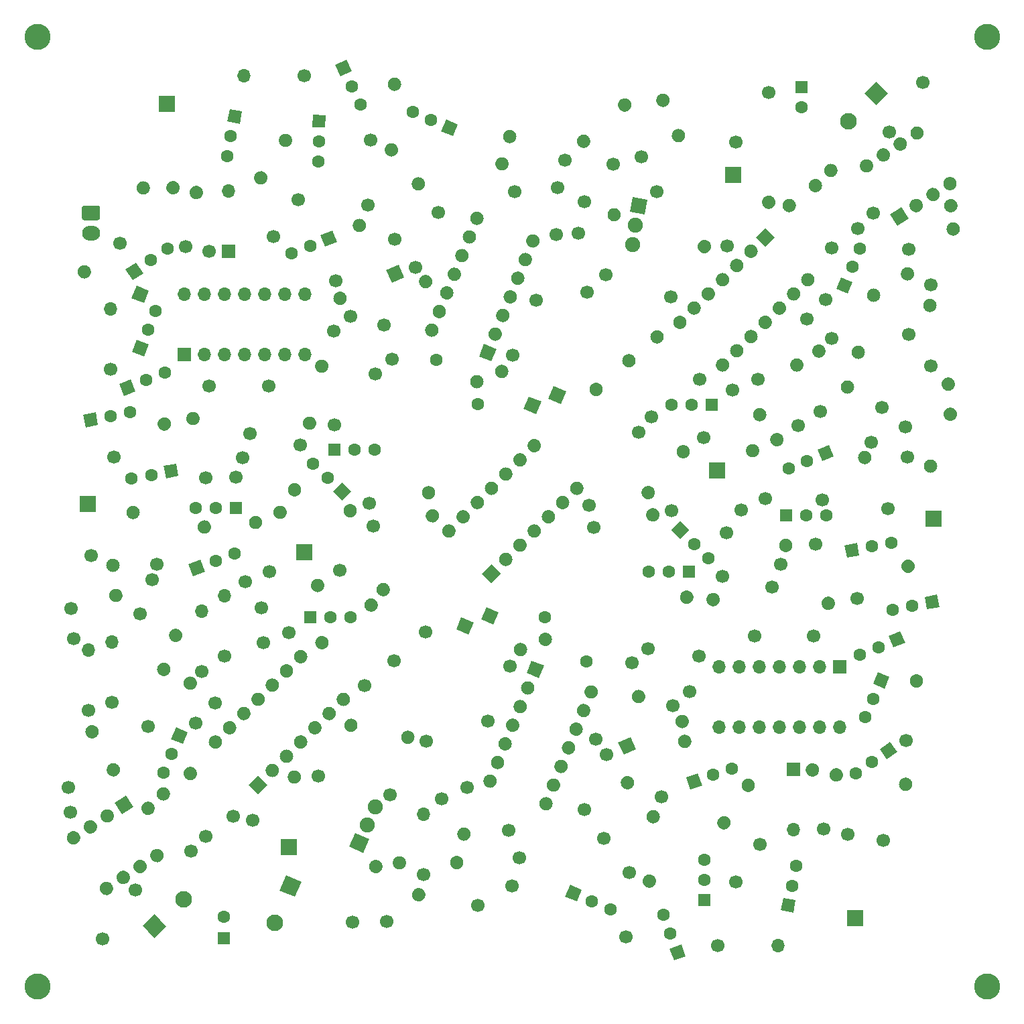
<source format=gbr>
%TF.GenerationSoftware,KiCad,Pcbnew,(5.1.6)-1*%
%TF.CreationDate,2020-10-30T22:14:25-05:00*%
%TF.ProjectId,NOSBRINE,4e4f5342-5249-44e4-952e-6b696361645f,rev?*%
%TF.SameCoordinates,Original*%
%TF.FileFunction,Soldermask,Top*%
%TF.FilePolarity,Negative*%
%FSLAX46Y46*%
G04 Gerber Fmt 4.6, Leading zero omitted, Abs format (unit mm)*
G04 Created by KiCad (PCBNEW (5.1.6)-1) date 2020-10-30 22:14:25*
%MOMM*%
%LPD*%
G01*
G04 APERTURE LIST*
%ADD10C,3.300000*%
%ADD11C,1.600000*%
%ADD12R,1.600000X1.600000*%
%ADD13O,2.290000X1.840000*%
%ADD14R,2.100000X2.100000*%
%ADD15C,1.700000*%
%ADD16C,0.100000*%
%ADD17C,1.900000*%
%ADD18C,2.100000*%
%ADD19R,1.700000X1.700000*%
%ADD20O,1.700000X1.700000*%
G04 APERTURE END LIST*
D10*
%TO.C,REF\u002A\u002A*%
X103020000Y-145000000D03*
%TD*%
%TO.C,REF\u002A\u002A*%
X222970000Y-145000000D03*
%TD*%
%TO.C,REF\u002A\u002A*%
X222970000Y-25050000D03*
%TD*%
%TO.C,REF\u002A\u002A*%
X103020000Y-25050000D03*
%TD*%
D11*
%TO.C,REF\u002A\u002A*%
X199560000Y-33870000D03*
%TD*%
%TO.C,REF\u002A\u002A*%
X126590000Y-136220000D03*
%TD*%
D12*
%TO.C,REF\u002A\u002A*%
X126580000Y-138870000D03*
%TD*%
%TO.C,REF\u002A\u002A*%
X199540000Y-31400000D03*
%TD*%
D13*
%TO.C,REF\u002A\u002A*%
X109770000Y-49800000D03*
G36*
G01*
X108889367Y-46340000D02*
X110650633Y-46340000D01*
G75*
G02*
X110915000Y-46604367I0J-264367D01*
G01*
X110915000Y-47915633D01*
G75*
G02*
X110650633Y-48180000I-264367J0D01*
G01*
X108889367Y-48180000D01*
G75*
G02*
X108625000Y-47915633I0J264367D01*
G01*
X108625000Y-46604367D01*
G75*
G02*
X108889367Y-46340000I264367J0D01*
G01*
G37*
%TD*%
D11*
%TO.C,REF\u002A\u002A*%
X153420000Y-65840000D03*
%TD*%
%TO.C,REF\u002A\u002A*%
X172390000Y-103890000D03*
%TD*%
%TO.C,REF\u002A\u002A*%
X167160000Y-98350000D03*
%TD*%
%TO.C,REF\u002A\u002A*%
X158650000Y-71380000D03*
%TD*%
D14*
%TO.C,REF\u002A\u002A*%
X216260000Y-85880000D03*
%TD*%
%TO.C,REF\u002A\u002A*%
X109400000Y-84020000D03*
%TD*%
D15*
%TO.C,REF\u002A\u002A*%
X134778720Y-100284625D03*
X131533577Y-101595748D03*
%TD*%
%TO.C,REF\u002A\u002A*%
X190803577Y-69615748D03*
X194048720Y-68304625D03*
%TD*%
%TO.C,REF\u002A\u002A*%
X202636532Y-58173229D03*
X200205228Y-60690918D03*
%TD*%
%TO.C,REF\u002A\u002A*%
X122995228Y-111710918D03*
X125426532Y-109193229D03*
%TD*%
D16*
%TO.C,REF\u002A\u002A*%
G36*
X143178532Y-125595732D02*
G01*
X144914268Y-126368532D01*
X144141468Y-128104268D01*
X142405732Y-127331468D01*
X143178532Y-125595732D01*
G37*
D17*
X144676842Y-124566136D03*
X145693683Y-122282273D03*
%TD*%
%TO.C,REF\u002A\u002A*%
X178198914Y-51299221D03*
X178590000Y-48830000D03*
D16*
G36*
X179770777Y-47447696D02*
G01*
X177894169Y-47150470D01*
X178191395Y-45273862D01*
X180068003Y-45571088D01*
X179770777Y-47447696D01*
G37*
%TD*%
D14*
%TO.C,REF\u002A\u002A*%
X188850000Y-79790000D03*
%TD*%
%TO.C,REF\u002A\u002A*%
X136750000Y-90140000D03*
%TD*%
%TO.C,REF\u002A\u002A*%
X206330000Y-136380000D03*
%TD*%
%TO.C,REF\u002A\u002A*%
X134760000Y-127370000D03*
%TD*%
%TO.C,REF\u002A\u002A*%
X119340000Y-33510000D03*
%TD*%
%TO.C,REF\u002A\u002A*%
X190910000Y-42450000D03*
%TD*%
D18*
%TO.C,REF\u002A\u002A*%
X205444466Y-35675534D03*
D16*
G36*
X208980000Y-30655076D02*
G01*
X210464924Y-32140000D01*
X208980000Y-33624924D01*
X207495076Y-32140000D01*
X208980000Y-30655076D01*
G37*
%TD*%
%TO.C,REF\u002A\u002A*%
G36*
X134423738Y-130933202D02*
G01*
X136356798Y-131753738D01*
X135536262Y-133686798D01*
X133603202Y-132866262D01*
X134423738Y-130933202D01*
G37*
D18*
X133026344Y-136912524D03*
%TD*%
%TO.C,REF\u002A\u002A*%
X121466769Y-133960008D03*
D16*
G36*
X117758177Y-138854020D02*
G01*
X116325980Y-137318177D01*
X117861823Y-135885980D01*
X119294020Y-137421823D01*
X117758177Y-138854020D01*
G37*
%TD*%
%TO.C,REF\u002A\u002A*%
G36*
G01*
X109732965Y-55023914D02*
X109732965Y-55023914D01*
G75*
G02*
X108626443Y-55493604I-788106J318416D01*
G01*
X108626443Y-55493604D01*
G75*
G02*
X108156753Y-54387082I318416J788106D01*
G01*
X108156753Y-54387082D01*
G75*
G02*
X109263275Y-53917392I788106J-318416D01*
G01*
X109263275Y-53917392D01*
G75*
G02*
X109732965Y-55023914I-318416J-788106D01*
G01*
G37*
G36*
X117116522Y-57090309D02*
G01*
X116479691Y-58666522D01*
X114903478Y-58029691D01*
X115540309Y-56453478D01*
X117116522Y-57090309D01*
G37*
%TD*%
%TO.C,REF\u002A\u002A*%
G36*
X148640787Y-53827760D02*
G01*
X149332240Y-55380787D01*
X147779213Y-56072240D01*
X147087760Y-54519213D01*
X148640787Y-53827760D01*
G37*
G36*
G01*
X142025298Y-57703607D02*
X142025298Y-57703607D01*
G75*
G02*
X141594510Y-58825847I-776514J-345726D01*
G01*
X141594510Y-58825847D01*
G75*
G02*
X140472270Y-58395059I-345726J776514D01*
G01*
X140472270Y-58395059D01*
G75*
G02*
X140903058Y-57272819I776514J345726D01*
G01*
X140903058Y-57272819D01*
G75*
G02*
X142025298Y-57703607I345726J-776514D01*
G01*
G37*
%TD*%
%TO.C,REF\u002A\u002A*%
G36*
G01*
X162458182Y-67624750D02*
X162458182Y-67624750D01*
G75*
G02*
X161343632Y-68075058I-782429J332121D01*
G01*
X161343632Y-68075058D01*
G75*
G02*
X160893324Y-66960508I332121J782429D01*
G01*
X160893324Y-66960508D01*
G75*
G02*
X162007874Y-66510200I782429J-332121D01*
G01*
X162007874Y-66510200D01*
G75*
G02*
X162458182Y-67624750I-332121J-782429D01*
G01*
G37*
G36*
X169804551Y-69819692D02*
G01*
X169140308Y-71384551D01*
X167575449Y-70720308D01*
X168239692Y-69155449D01*
X169804551Y-69819692D01*
G37*
%TD*%
%TO.C,REF\u002A\u002A*%
G36*
X166664551Y-71109692D02*
G01*
X166000308Y-72674551D01*
X164435449Y-72010308D01*
X165099692Y-70445449D01*
X166664551Y-71109692D01*
G37*
G36*
G01*
X159318182Y-68914750D02*
X159318182Y-68914750D01*
G75*
G02*
X158203632Y-69365058I-782429J332121D01*
G01*
X158203632Y-69365058D01*
G75*
G02*
X157753324Y-68250508I332121J782429D01*
G01*
X157753324Y-68250508D01*
G75*
G02*
X158867874Y-67800200I782429J-332121D01*
G01*
X158867874Y-67800200D01*
G75*
G02*
X159318182Y-68914750I-332121J-782429D01*
G01*
G37*
%TD*%
%TO.C,REF\u002A\u002A*%
G36*
G01*
X166401818Y-100805250D02*
X166401818Y-100805250D01*
G75*
G02*
X167516368Y-100354942I782429J-332121D01*
G01*
X167516368Y-100354942D01*
G75*
G02*
X167966676Y-101469492I-332121J-782429D01*
G01*
X167966676Y-101469492D01*
G75*
G02*
X166852126Y-101919800I-782429J332121D01*
G01*
X166852126Y-101919800D01*
G75*
G02*
X166401818Y-100805250I332121J782429D01*
G01*
G37*
G36*
X159055449Y-98610308D02*
G01*
X159719692Y-97045449D01*
X161284551Y-97709692D01*
X160620308Y-99274551D01*
X159055449Y-98610308D01*
G37*
%TD*%
%TO.C,REF\u002A\u002A*%
G36*
X155915449Y-99900308D02*
G01*
X156579692Y-98335449D01*
X158144551Y-98999692D01*
X157480308Y-100564551D01*
X155915449Y-99900308D01*
G37*
G36*
G01*
X163261818Y-102095250D02*
X163261818Y-102095250D01*
G75*
G02*
X164376368Y-101644942I782429J-332121D01*
G01*
X164376368Y-101644942D01*
G75*
G02*
X164826676Y-102759492I-332121J-782429D01*
G01*
X164826676Y-102759492D01*
G75*
G02*
X163712126Y-103209800I-782429J332121D01*
G01*
X163712126Y-103209800D01*
G75*
G02*
X163261818Y-102095250I332121J782429D01*
G01*
G37*
%TD*%
%TO.C,REF\u002A\u002A*%
G36*
G01*
X183694702Y-111856393D02*
X183694702Y-111856393D01*
G75*
G02*
X184125490Y-110734153I776514J345726D01*
G01*
X184125490Y-110734153D01*
G75*
G02*
X185247730Y-111164941I345726J-776514D01*
G01*
X185247730Y-111164941D01*
G75*
G02*
X184816942Y-112287181I-776514J-345726D01*
G01*
X184816942Y-112287181D01*
G75*
G02*
X183694702Y-111856393I-345726J776514D01*
G01*
G37*
G36*
X177079213Y-115732240D02*
G01*
X176387760Y-114179213D01*
X177940787Y-113487760D01*
X178632240Y-115040787D01*
X177079213Y-115732240D01*
G37*
%TD*%
D19*
%TO.C,REF\u002A\u002A*%
X198550000Y-117560000D03*
D20*
X198550000Y-125180000D03*
%TD*%
%TO.C,REF\u002A\u002A*%
X127140000Y-44510000D03*
D19*
X127140000Y-52130000D03*
%TD*%
D11*
%TO.C,REF\u002A\u002A*%
X205962457Y-54081918D03*
X206954914Y-51743835D03*
D16*
G36*
X206018989Y-55996181D02*
G01*
X205393819Y-57468989D01*
X203921011Y-56843819D01*
X204546181Y-55371011D01*
X206018989Y-55996181D01*
G37*
%TD*%
%TO.C,REF\u002A\u002A*%
G36*
X201551011Y-77176181D02*
G01*
X203023819Y-76551011D01*
X203648989Y-78023819D01*
X202176181Y-78648989D01*
X201551011Y-77176181D01*
G37*
D11*
X197923835Y-79584914D03*
X200261918Y-78592457D03*
%TD*%
%TO.C,REF\u002A\u002A*%
X185690000Y-71470000D03*
X183150000Y-71470000D03*
D12*
X188230000Y-71470000D03*
%TD*%
%TO.C,REF\u002A\u002A*%
X185300000Y-92550000D03*
D11*
X180220000Y-92550000D03*
X182760000Y-92550000D03*
%TD*%
%TO.C,REF\u002A\u002A*%
X185986051Y-89106051D03*
X187782102Y-90902102D03*
D16*
G36*
X184190000Y-88441371D02*
G01*
X183058629Y-87310000D01*
X184190000Y-86178629D01*
X185321371Y-87310000D01*
X184190000Y-88441371D01*
G37*
%TD*%
%TO.C,REF\u002A\u002A*%
G36*
X206847949Y-90522655D02*
G01*
X205277345Y-90827949D01*
X204972051Y-89257345D01*
X206542655Y-88952051D01*
X206847949Y-90522655D01*
G37*
D11*
X210896666Y-88920690D03*
X208403333Y-89405345D03*
%TD*%
%TO.C,REF\u002A\u002A*%
X213536667Y-96884655D03*
X211043334Y-97369310D03*
D16*
G36*
X215092051Y-95767345D02*
G01*
X216662655Y-95462051D01*
X216967949Y-97032655D01*
X215397345Y-97337949D01*
X215092051Y-95767345D01*
G37*
%TD*%
%TO.C,REF\u002A\u002A*%
G36*
X210551011Y-100706181D02*
G01*
X212023819Y-100081011D01*
X212648989Y-101553819D01*
X211176181Y-102178989D01*
X210551011Y-100706181D01*
G37*
D11*
X206923835Y-103114914D03*
X209261918Y-102122457D03*
%TD*%
%TO.C,REF\u002A\u002A*%
X208627543Y-108658082D03*
X207635086Y-110996165D03*
D16*
G36*
X208571011Y-106743819D02*
G01*
X209196181Y-105271011D01*
X210668989Y-105896181D01*
X210043819Y-107368989D01*
X208571011Y-106743819D01*
G37*
%TD*%
%TO.C,REF\u002A\u002A*%
G36*
X209416463Y-114976656D02*
G01*
X210727106Y-114058933D01*
X211644829Y-115369576D01*
X210334186Y-116287299D01*
X209416463Y-114976656D01*
G37*
D11*
X206369354Y-118086884D03*
X208450000Y-116630000D03*
%TD*%
%TO.C,REF\u002A\u002A*%
X188371617Y-118273057D03*
X190773234Y-117446114D03*
D16*
G36*
X186986869Y-119595960D02*
G01*
X185474040Y-120116869D01*
X184953131Y-118604040D01*
X186465960Y-118083131D01*
X186986869Y-119595960D01*
G37*
%TD*%
%TO.C,REF\u002A\u002A*%
G36*
X198803294Y-134110678D02*
G01*
X198498000Y-135681282D01*
X196927396Y-135375988D01*
X197232690Y-133805384D01*
X198803294Y-134110678D01*
G37*
D11*
X198834655Y-129756667D03*
X198350000Y-132250000D03*
%TD*%
%TO.C,REF\u002A\u002A*%
X187270000Y-131570000D03*
X187270000Y-129030000D03*
D12*
X187270000Y-134110000D03*
%TD*%
D16*
%TO.C,REF\u002A\u002A*%
G36*
X184360170Y-139656441D02*
G01*
X184933559Y-141150170D01*
X183439830Y-141723559D01*
X182866441Y-140229830D01*
X184360170Y-139656441D01*
G37*
D11*
X182079491Y-135947411D03*
X182989745Y-138318706D03*
%TD*%
%TO.C,REF\u002A\u002A*%
X173070405Y-134243111D03*
X175390811Y-135276222D03*
D16*
G36*
X171155447Y-134266226D02*
G01*
X169693774Y-133615447D01*
X170344553Y-132153774D01*
X171806226Y-132804553D01*
X171155447Y-134266226D01*
G37*
%TD*%
%TO.C,REF\u002A\u002A*%
G36*
X119916885Y-113725042D02*
G01*
X120567664Y-112263369D01*
X122029337Y-112914148D01*
X121378558Y-114375821D01*
X119916885Y-113725042D01*
G37*
D11*
X118906889Y-117960406D03*
X119940000Y-115640000D03*
%TD*%
%TO.C,REF\u002A\u002A*%
X140070000Y-98380000D03*
X142610000Y-98380000D03*
D12*
X137530000Y-98380000D03*
%TD*%
%TO.C,REF\u002A\u002A*%
X140560000Y-77170000D03*
D11*
X145640000Y-77170000D03*
X143100000Y-77170000D03*
%TD*%
%TO.C,REF\u002A\u002A*%
X139682877Y-80715568D03*
X137855754Y-78951135D03*
D16*
G36*
X141490255Y-81348801D02*
G01*
X142641199Y-82460255D01*
X141529745Y-83611199D01*
X140378801Y-82499745D01*
X141490255Y-81348801D01*
G37*
%TD*%
%TO.C,REF\u002A\u002A*%
G36*
X124183559Y-92560170D02*
G01*
X122689830Y-93133559D01*
X122116441Y-91639830D01*
X123610170Y-91066441D01*
X124183559Y-92560170D01*
G37*
D11*
X127892589Y-90279491D03*
X125521294Y-91189745D03*
%TD*%
%TO.C,REF\u002A\u002A*%
X117416667Y-80354655D03*
X114923334Y-80839310D03*
D16*
G36*
X118972051Y-79237345D02*
G01*
X120542655Y-78932051D01*
X120847949Y-80502655D01*
X119277345Y-80807949D01*
X118972051Y-79237345D01*
G37*
%TD*%
%TO.C,REF\u002A\u002A*%
G36*
X110687949Y-74032655D02*
G01*
X109117345Y-74337949D01*
X108812051Y-72767345D01*
X110382655Y-72462051D01*
X110687949Y-74032655D01*
G37*
D11*
X114736666Y-72430690D03*
X112243333Y-72915345D03*
%TD*%
%TO.C,REF\u002A\u002A*%
X116730000Y-68380000D03*
X119085047Y-67428500D03*
D16*
G36*
X115416385Y-69773563D02*
G01*
X113932891Y-70372933D01*
X113333521Y-68889439D01*
X114817015Y-68290069D01*
X115416385Y-69773563D01*
G37*
%TD*%
%TO.C,REF\u002A\u002A*%
G36*
X117051432Y-63897938D02*
G01*
X116452062Y-65381432D01*
X114968568Y-64782062D01*
X115567938Y-63298568D01*
X117051432Y-63897938D01*
G37*
D11*
X117913001Y-59629906D03*
X116961501Y-61984953D03*
%TD*%
%TO.C,REF\u002A\u002A*%
X117375755Y-53229650D03*
X119481511Y-51809300D03*
D16*
G36*
X116380584Y-54865876D02*
G01*
X115054124Y-55760584D01*
X114159416Y-54434124D01*
X115485876Y-53539416D01*
X116380584Y-54865876D01*
G37*
%TD*%
%TO.C,REF\u002A\u002A*%
G36*
X138768568Y-50047938D02*
G01*
X140252062Y-49448568D01*
X140851432Y-50932062D01*
X139367938Y-51531432D01*
X138768568Y-50047938D01*
G37*
D11*
X135099906Y-52393001D03*
X137454953Y-51441501D03*
%TD*%
%TO.C,REF\u002A\u002A*%
X127440000Y-37560000D03*
X126955345Y-40053333D03*
D16*
G36*
X126986706Y-35699322D02*
G01*
X127292000Y-34128718D01*
X128862604Y-34434012D01*
X128557310Y-36004616D01*
X126986706Y-35699322D01*
G37*
%TD*%
%TO.C,REF\u002A\u002A*%
G36*
X137780489Y-36456303D02*
G01*
X137808413Y-34856547D01*
X139408169Y-34884471D01*
X139380245Y-36484227D01*
X137780489Y-36456303D01*
G37*
D11*
X138505671Y-40749613D03*
X138550000Y-38210000D03*
%TD*%
%TO.C,REF\u002A\u002A*%
X142773450Y-31282022D03*
X143846901Y-33584044D03*
D16*
G36*
X141313048Y-30043141D02*
G01*
X140636859Y-28593048D01*
X142086952Y-27916859D01*
X142763141Y-29366952D01*
X141313048Y-30043141D01*
G37*
%TD*%
%TO.C,REF\u002A\u002A*%
G36*
X154656181Y-35471011D02*
G01*
X156128989Y-36096181D01*
X155503819Y-37568989D01*
X154031011Y-36943819D01*
X154656181Y-35471011D01*
G37*
D11*
X150403835Y-34535086D03*
X152741918Y-35527543D03*
%TD*%
%TO.C,REF\u002A\u002A*%
X200170000Y-85470000D03*
X202710000Y-85470000D03*
D12*
X197630000Y-85470000D03*
%TD*%
D15*
%TO.C,REF\u002A\u002A*%
X107220000Y-123010000D03*
G36*
G01*
X112007113Y-118222887D02*
X112007113Y-118222887D01*
G75*
G02*
X112007113Y-117020805I601041J601041D01*
G01*
X112007113Y-117020805D01*
G75*
G02*
X113209195Y-117020805I601041J-601041D01*
G01*
X113209195Y-117020805D01*
G75*
G02*
X113209195Y-118222887I-601041J-601041D01*
G01*
X113209195Y-118222887D01*
G75*
G02*
X112007113Y-118222887I-601041J601041D01*
G01*
G37*
%TD*%
%TO.C,REF\u002A\u002A*%
X112230000Y-67050000D03*
D20*
X112230000Y-59430000D03*
%TD*%
D15*
%TO.C,REF\u002A\u002A*%
X169700000Y-40590000D03*
G36*
G01*
X163468182Y-37944750D02*
X163468182Y-37944750D01*
G75*
G02*
X162353632Y-38395058I-782429J332121D01*
G01*
X162353632Y-38395058D01*
G75*
G02*
X161903324Y-37280508I332121J782429D01*
G01*
X161903324Y-37280508D01*
G75*
G02*
X163017874Y-36830200I782429J-332121D01*
G01*
X163017874Y-36830200D01*
G75*
G02*
X163468182Y-37944750I-332121J-782429D01*
G01*
G37*
%TD*%
%TO.C,REF\u002A\u002A*%
G36*
G01*
X162488182Y-41394750D02*
X162488182Y-41394750D01*
G75*
G02*
X161373632Y-41845058I-782429J332121D01*
G01*
X161373632Y-41845058D01*
G75*
G02*
X160923324Y-40730508I332121J782429D01*
G01*
X160923324Y-40730508D01*
G75*
G02*
X162037874Y-40280200I782429J-332121D01*
G01*
X162037874Y-40280200D01*
G75*
G02*
X162488182Y-41394750I-332121J-782429D01*
G01*
G37*
X168720000Y-44040000D03*
%TD*%
%TO.C,REF\u002A\u002A*%
X136750000Y-29970000D03*
D20*
X129130000Y-29970000D03*
%TD*%
%TO.C,REF\u002A\u002A*%
G36*
G01*
X134532438Y-38927940D02*
X134532438Y-38927940D01*
G75*
G02*
X133524288Y-38273240I-176725J831425D01*
G01*
X133524288Y-38273240D01*
G75*
G02*
X134178988Y-37265090I831425J176725D01*
G01*
X134178988Y-37265090D01*
G75*
G02*
X135187138Y-37919790I176725J-831425D01*
G01*
X135187138Y-37919790D01*
G75*
G02*
X134532438Y-38927940I-831425J-176725D01*
G01*
G37*
D15*
X135940000Y-45550000D03*
%TD*%
%TO.C,REF\u002A\u002A*%
X132810000Y-50280000D03*
G36*
G01*
X131402438Y-43657940D02*
X131402438Y-43657940D01*
G75*
G02*
X130394288Y-43003240I-176725J831425D01*
G01*
X130394288Y-43003240D01*
G75*
G02*
X131048988Y-41995090I831425J176725D01*
G01*
X131048988Y-41995090D01*
G75*
G02*
X132057138Y-42649790I176725J-831425D01*
G01*
X132057138Y-42649790D01*
G75*
G02*
X131402438Y-43657940I-831425J-176725D01*
G01*
G37*
%TD*%
%TO.C,REF\u002A\u002A*%
G36*
G01*
X123262438Y-45517940D02*
X123262438Y-45517940D01*
G75*
G02*
X122254288Y-44863240I-176725J831425D01*
G01*
X122254288Y-44863240D01*
G75*
G02*
X122908988Y-43855090I831425J176725D01*
G01*
X122908988Y-43855090D01*
G75*
G02*
X123917138Y-44509790I176725J-831425D01*
G01*
X123917138Y-44509790D01*
G75*
G02*
X123262438Y-45517940I-831425J-176725D01*
G01*
G37*
X124670000Y-52140000D03*
%TD*%
%TO.C,REF\u002A\u002A*%
X121730000Y-51530000D03*
G36*
G01*
X120322438Y-44907940D02*
X120322438Y-44907940D01*
G75*
G02*
X119314288Y-44253240I-176725J831425D01*
G01*
X119314288Y-44253240D01*
G75*
G02*
X119968988Y-43245090I831425J176725D01*
G01*
X119968988Y-43245090D01*
G75*
G02*
X120977138Y-43899790I176725J-831425D01*
G01*
X120977138Y-43899790D01*
G75*
G02*
X120322438Y-44907940I-831425J-176725D01*
G01*
G37*
%TD*%
%TO.C,REF\u002A\u002A*%
G36*
G01*
X134672060Y-82057562D02*
X134672060Y-82057562D01*
G75*
G02*
X135680210Y-81402862I831425J-176725D01*
G01*
X135680210Y-81402862D01*
G75*
G02*
X136334910Y-82411012I-176725J-831425D01*
G01*
X136334910Y-82411012D01*
G75*
G02*
X135326760Y-83065712I-831425J176725D01*
G01*
X135326760Y-83065712D01*
G75*
G02*
X134672060Y-82057562I176725J831425D01*
G01*
G37*
X128050000Y-80650000D03*
%TD*%
%TO.C,REF\u002A\u002A*%
X129880000Y-75150000D03*
G36*
G01*
X136547148Y-73974402D02*
X136547148Y-73974402D01*
G75*
G02*
X137236634Y-72989714I837087J147601D01*
G01*
X137236634Y-72989714D01*
G75*
G02*
X138221322Y-73679200I147601J-837087D01*
G01*
X138221322Y-73679200D01*
G75*
G02*
X137531836Y-74663888I-837087J-147601D01*
G01*
X137531836Y-74663888D01*
G75*
G02*
X136547148Y-73974402I-147601J837087D01*
G01*
G37*
%TD*%
%TO.C,REF\u002A\u002A*%
G36*
G01*
X151597148Y-82764402D02*
X151597148Y-82764402D01*
G75*
G02*
X152286634Y-81779714I837087J147601D01*
G01*
X152286634Y-81779714D01*
G75*
G02*
X153271322Y-82469200I147601J-837087D01*
G01*
X153271322Y-82469200D01*
G75*
G02*
X152581836Y-83453888I-837087J-147601D01*
G01*
X152581836Y-83453888D01*
G75*
G02*
X151597148Y-82764402I-147601J837087D01*
G01*
G37*
X144930000Y-83940000D03*
%TD*%
%TO.C,REF\u002A\u002A*%
X145420000Y-86850000D03*
G36*
G01*
X152087148Y-85674402D02*
X152087148Y-85674402D01*
G75*
G02*
X152776634Y-84689714I837087J147601D01*
G01*
X152776634Y-84689714D01*
G75*
G02*
X153761322Y-85379200I147601J-837087D01*
G01*
X153761322Y-85379200D01*
G75*
G02*
X153071836Y-86363888I-837087J-147601D01*
G01*
X153071836Y-86363888D01*
G75*
G02*
X152087148Y-85674402I-147601J837087D01*
G01*
G37*
%TD*%
%TO.C,REF\u002A\u002A*%
G36*
G01*
X137627035Y-94643914D02*
X137627035Y-94643914D01*
G75*
G02*
X138096725Y-93537392I788106J318416D01*
G01*
X138096725Y-93537392D01*
G75*
G02*
X139203247Y-94007082I318416J-788106D01*
G01*
X139203247Y-94007082D01*
G75*
G02*
X138733557Y-95113604I-788106J-318416D01*
G01*
X138733557Y-95113604D01*
G75*
G02*
X137627035Y-94643914I-318416J788106D01*
G01*
G37*
X131350000Y-97180000D03*
%TD*%
%TO.C,REF\u002A\u002A*%
X141210000Y-92400000D03*
G36*
G01*
X142385598Y-85732852D02*
X142385598Y-85732852D01*
G75*
G02*
X141696112Y-84748164I147601J837087D01*
G01*
X141696112Y-84748164D01*
G75*
G02*
X142680800Y-84058678I837087J-147601D01*
G01*
X142680800Y-84058678D01*
G75*
G02*
X143370286Y-85043366I-147601J-837087D01*
G01*
X143370286Y-85043366D01*
G75*
G02*
X142385598Y-85732852I-837087J147601D01*
G01*
G37*
%TD*%
%TO.C,REF\u002A\u002A*%
G36*
G01*
X133515598Y-85922852D02*
X133515598Y-85922852D01*
G75*
G02*
X132826112Y-84938164I147601J837087D01*
G01*
X132826112Y-84938164D01*
G75*
G02*
X133810800Y-84248678I837087J-147601D01*
G01*
X133810800Y-84248678D01*
G75*
G02*
X134500286Y-85233366I-147601J-837087D01*
G01*
X134500286Y-85233366D01*
G75*
G02*
X133515598Y-85922852I-837087J147601D01*
G01*
G37*
X132340000Y-92590000D03*
%TD*%
%TO.C,REF\u002A\u002A*%
X129260000Y-93870000D03*
G36*
G01*
X130435598Y-87202852D02*
X130435598Y-87202852D01*
G75*
G02*
X129746112Y-86218164I147601J837087D01*
G01*
X129746112Y-86218164D01*
G75*
G02*
X130730800Y-85528678I837087J-147601D01*
G01*
X130730800Y-85528678D01*
G75*
G02*
X131420286Y-86513366I-147601J-837087D01*
G01*
X131420286Y-86513366D01*
G75*
G02*
X130435598Y-87202852I-837087J147601D01*
G01*
G37*
%TD*%
D20*
%TO.C,REF\u002A\u002A*%
X126660000Y-95670000D03*
D15*
X126660000Y-103290000D03*
%TD*%
%TO.C,REF\u002A\u002A*%
X123790000Y-105180000D03*
D20*
X123790000Y-97560000D03*
%TD*%
D15*
%TO.C,REF\u002A\u002A*%
X151760000Y-130880000D03*
D20*
X151760000Y-123260000D03*
%TD*%
D15*
%TO.C,REF\u002A\u002A*%
X116000000Y-97920000D03*
G36*
G01*
X118645250Y-104151818D02*
X118645250Y-104151818D01*
G75*
G02*
X119759800Y-104602126I332121J-782429D01*
G01*
X119759800Y-104602126D01*
G75*
G02*
X119309492Y-105716676I-782429J-332121D01*
G01*
X119309492Y-105716676D01*
G75*
G02*
X118194942Y-105266368I-332121J782429D01*
G01*
X118194942Y-105266368D01*
G75*
G02*
X118645250Y-104151818I782429J332121D01*
G01*
G37*
%TD*%
%TO.C,REF\u002A\u002A*%
G36*
G01*
X120145250Y-99851818D02*
X120145250Y-99851818D01*
G75*
G02*
X121259800Y-100302126I332121J-782429D01*
G01*
X121259800Y-100302126D01*
G75*
G02*
X120809492Y-101416676I-782429J-332121D01*
G01*
X120809492Y-101416676D01*
G75*
G02*
X119694942Y-100966368I-332121J782429D01*
G01*
X119694942Y-100966368D01*
G75*
G02*
X120145250Y-99851818I782429J332121D01*
G01*
G37*
X117500000Y-93620000D03*
%TD*%
%TO.C,REF\u002A\u002A*%
X118100000Y-91630000D03*
G36*
G01*
X123434833Y-87461972D02*
X123434833Y-87461972D01*
G75*
G02*
X123581330Y-86268851I669809J523312D01*
G01*
X123581330Y-86268851D01*
G75*
G02*
X124774451Y-86415348I523312J-669809D01*
G01*
X124774451Y-86415348D01*
G75*
G02*
X124627954Y-87608469I-669809J-523312D01*
G01*
X124627954Y-87608469D01*
G75*
G02*
X123434833Y-87461972I-523312J669809D01*
G01*
G37*
%TD*%
%TO.C,REF\u002A\u002A*%
G36*
G01*
X151472837Y-56550070D02*
X151472837Y-56550070D01*
G75*
G02*
X151451858Y-55348171I590460J611439D01*
G01*
X151451858Y-55348171D01*
G75*
G02*
X152653757Y-55327192I611439J-590460D01*
G01*
X152653757Y-55327192D01*
G75*
G02*
X152674736Y-56529091I-590460J-611439D01*
G01*
X152674736Y-56529091D01*
G75*
G02*
X151472837Y-56550070I-611439J590460D01*
G01*
G37*
X146770000Y-61420000D03*
%TD*%
%TO.C,REF\u002A\u002A*%
X109800000Y-90590000D03*
G36*
G01*
X114502837Y-85720070D02*
X114502837Y-85720070D01*
G75*
G02*
X114481858Y-84518171I590460J611439D01*
G01*
X114481858Y-84518171D01*
G75*
G02*
X115683757Y-84497192I611439J-590460D01*
G01*
X115683757Y-84497192D01*
G75*
G02*
X115704736Y-85699091I-590460J-611439D01*
G01*
X115704736Y-85699091D01*
G75*
G02*
X114502837Y-85720070I-611439J590460D01*
G01*
G37*
%TD*%
%TO.C,REF\u002A\u002A*%
G36*
G01*
X111962837Y-92400070D02*
X111962837Y-92400070D01*
G75*
G02*
X111941858Y-91198171I590460J611439D01*
G01*
X111941858Y-91198171D01*
G75*
G02*
X113143757Y-91177192I611439J-590460D01*
G01*
X113143757Y-91177192D01*
G75*
G02*
X113164736Y-92379091I-590460J-611439D01*
G01*
X113164736Y-92379091D01*
G75*
G02*
X111962837Y-92400070I-611439J590460D01*
G01*
G37*
X107260000Y-97270000D03*
%TD*%
%TO.C,REF\u002A\u002A*%
X107630000Y-101070000D03*
G36*
G01*
X112332837Y-96200070D02*
X112332837Y-96200070D01*
G75*
G02*
X112311858Y-94998171I590460J611439D01*
G01*
X112311858Y-94998171D01*
G75*
G02*
X113513757Y-94977192I611439J-590460D01*
G01*
X113513757Y-94977192D01*
G75*
G02*
X113534736Y-96179091I-590460J-611439D01*
G01*
X113534736Y-96179091D01*
G75*
G02*
X112332837Y-96200070I-611439J590460D01*
G01*
G37*
%TD*%
%TO.C,REF\u002A\u002A*%
G36*
G01*
X121732837Y-107290070D02*
X121732837Y-107290070D01*
G75*
G02*
X121711858Y-106088171I590460J611439D01*
G01*
X121711858Y-106088171D01*
G75*
G02*
X122913757Y-106067192I611439J-590460D01*
G01*
X122913757Y-106067192D01*
G75*
G02*
X122934736Y-107269091I-590460J-611439D01*
G01*
X122934736Y-107269091D01*
G75*
G02*
X121732837Y-107290070I-611439J590460D01*
G01*
G37*
X117030000Y-112160000D03*
%TD*%
%TO.C,REF\u002A\u002A*%
X130180000Y-124010000D03*
G36*
G01*
X134882837Y-119140070D02*
X134882837Y-119140070D01*
G75*
G02*
X134861858Y-117938171I590460J611439D01*
G01*
X134861858Y-117938171D01*
G75*
G02*
X136063757Y-117917192I611439J-590460D01*
G01*
X136063757Y-117917192D01*
G75*
G02*
X136084736Y-119119091I-590460J-611439D01*
G01*
X136084736Y-119119091D01*
G75*
G02*
X134882837Y-119140070I-611439J590460D01*
G01*
G37*
%TD*%
%TO.C,REF\u002A\u002A*%
G36*
G01*
X142157206Y-112712200D02*
X142157206Y-112712200D01*
G75*
G02*
X141907279Y-111536387I462943J712870D01*
G01*
X141907279Y-111536387D01*
G75*
G02*
X143083092Y-111286460I712870J-462943D01*
G01*
X143083092Y-111286460D01*
G75*
G02*
X143333019Y-112462273I-462943J-712870D01*
G01*
X143333019Y-112462273D01*
G75*
G02*
X142157206Y-112712200I-712870J462943D01*
G01*
G37*
X138470000Y-118390000D03*
%TD*%
%TO.C,REF\u002A\u002A*%
X147590000Y-120800000D03*
G36*
G01*
X149569356Y-114325817D02*
X149569356Y-114325817D01*
G75*
G02*
X149005013Y-113264442I248516J812859D01*
G01*
X149005013Y-113264442D01*
G75*
G02*
X150066388Y-112700099I812859J-248516D01*
G01*
X150066388Y-112700099D01*
G75*
G02*
X150630731Y-113761474I-248516J-812859D01*
G01*
X150630731Y-113761474D01*
G75*
G02*
X149569356Y-114325817I-812859J248516D01*
G01*
G37*
%TD*%
%TO.C,REF\u002A\u002A*%
G36*
G01*
X148577562Y-130197940D02*
X148577562Y-130197940D01*
G75*
G02*
X147922862Y-129189790I176725J831425D01*
G01*
X147922862Y-129189790D01*
G75*
G02*
X148931012Y-128535090I831425J-176725D01*
G01*
X148931012Y-128535090D01*
G75*
G02*
X149585712Y-129543240I-176725J-831425D01*
G01*
X149585712Y-129543240D01*
G75*
G02*
X148577562Y-130197940I-831425J176725D01*
G01*
G37*
X147170000Y-136820000D03*
%TD*%
%TO.C,REF\u002A\u002A*%
X163910000Y-128720000D03*
G36*
G01*
X157678182Y-126074750D02*
X157678182Y-126074750D01*
G75*
G02*
X156563632Y-126525058I-782429J332121D01*
G01*
X156563632Y-126525058D01*
G75*
G02*
X156113324Y-125410508I332121J782429D01*
G01*
X156113324Y-125410508D01*
G75*
G02*
X157227874Y-124960200I782429J-332121D01*
G01*
X157227874Y-124960200D01*
G75*
G02*
X157678182Y-126074750I-332121J-782429D01*
G01*
G37*
%TD*%
%TO.C,REF\u002A\u002A*%
G36*
G01*
X156768182Y-129664750D02*
X156768182Y-129664750D01*
G75*
G02*
X155653632Y-130115058I-782429J332121D01*
G01*
X155653632Y-130115058D01*
G75*
G02*
X155203324Y-129000508I332121J782429D01*
G01*
X155203324Y-129000508D01*
G75*
G02*
X156317874Y-128550200I782429J-332121D01*
G01*
X156317874Y-128550200D01*
G75*
G02*
X156768182Y-129664750I-332121J-782429D01*
G01*
G37*
X163000000Y-132310000D03*
%TD*%
%TO.C,REF\u002A\u002A*%
X158690000Y-134730000D03*
G36*
G01*
X152022852Y-133554402D02*
X152022852Y-133554402D01*
G75*
G02*
X151038164Y-134243888I-837087J147601D01*
G01*
X151038164Y-134243888D01*
G75*
G02*
X150348678Y-133259200I147601J837087D01*
G01*
X150348678Y-133259200D01*
G75*
G02*
X151333366Y-132569714I837087J-147601D01*
G01*
X151333366Y-132569714D01*
G75*
G02*
X152022852Y-133554402I-147601J-837087D01*
G01*
G37*
%TD*%
%TO.C,REF\u002A\u002A*%
G36*
G01*
X139112438Y-67457940D02*
X139112438Y-67457940D01*
G75*
G02*
X138104288Y-66803240I-176725J831425D01*
G01*
X138104288Y-66803240D01*
G75*
G02*
X138758988Y-65795090I831425J176725D01*
G01*
X138758988Y-65795090D01*
G75*
G02*
X139767138Y-66449790I176725J-831425D01*
G01*
X139767138Y-66449790D01*
G75*
G02*
X139112438Y-67457940I-831425J-176725D01*
G01*
G37*
X140520000Y-74080000D03*
%TD*%
%TO.C,REF\u002A\u002A*%
X124250000Y-80700000D03*
G36*
G01*
X122842438Y-74077940D02*
X122842438Y-74077940D01*
G75*
G02*
X121834288Y-73423240I-176725J831425D01*
G01*
X121834288Y-73423240D01*
G75*
G02*
X122488988Y-72415090I831425J176725D01*
G01*
X122488988Y-72415090D01*
G75*
G02*
X123497138Y-73069790I176725J-831425D01*
G01*
X123497138Y-73069790D01*
G75*
G02*
X122842438Y-74077940I-831425J-176725D01*
G01*
G37*
%TD*%
%TO.C,REF\u002A\u002A*%
G36*
G01*
X118337800Y-74392794D02*
X118337800Y-74392794D01*
G75*
G02*
X118587727Y-73216981I712870J462943D01*
G01*
X118587727Y-73216981D01*
G75*
G02*
X119763540Y-73466908I462943J-712870D01*
G01*
X119763540Y-73466908D01*
G75*
G02*
X119513613Y-74642721I-712870J-462943D01*
G01*
X119513613Y-74642721D01*
G75*
G02*
X118337800Y-74392794I-462943J712870D01*
G01*
G37*
X112660000Y-78080000D03*
%TD*%
D20*
%TO.C,REF\u002A\u002A*%
X112420000Y-101500000D03*
D15*
X112420000Y-109120000D03*
%TD*%
%TO.C,REF\u002A\u002A*%
X109480000Y-110100000D03*
D20*
X109480000Y-102480000D03*
%TD*%
D15*
%TO.C,REF\u002A\u002A*%
X113410000Y-51120000D03*
G36*
G01*
X116055250Y-44888182D02*
X116055250Y-44888182D01*
G75*
G02*
X115604942Y-43773632I332121J782429D01*
G01*
X115604942Y-43773632D01*
G75*
G02*
X116719492Y-43323324I782429J-332121D01*
G01*
X116719492Y-43323324D01*
G75*
G02*
X117169800Y-44437874I-332121J-782429D01*
G01*
X117169800Y-44437874D01*
G75*
G02*
X116055250Y-44888182I-782429J332121D01*
G01*
G37*
%TD*%
%TO.C,REF\u002A\u002A*%
G36*
G01*
X147795250Y-31788182D02*
X147795250Y-31788182D01*
G75*
G02*
X147344942Y-30673632I332121J782429D01*
G01*
X147344942Y-30673632D01*
G75*
G02*
X148459492Y-30223324I782429J-332121D01*
G01*
X148459492Y-30223324D01*
G75*
G02*
X148909800Y-31337874I-332121J-782429D01*
G01*
X148909800Y-31337874D01*
G75*
G02*
X147795250Y-31788182I-782429J332121D01*
G01*
G37*
X145150000Y-38020000D03*
%TD*%
%TO.C,REF\u002A\u002A*%
X148160000Y-50600000D03*
G36*
G01*
X150805250Y-44368182D02*
X150805250Y-44368182D01*
G75*
G02*
X150354942Y-43253632I332121J782429D01*
G01*
X150354942Y-43253632D01*
G75*
G02*
X151469492Y-42803324I782429J-332121D01*
G01*
X151469492Y-42803324D01*
G75*
G02*
X151919800Y-43917874I-332121J-782429D01*
G01*
X151919800Y-43917874D01*
G75*
G02*
X150805250Y-44368182I-782429J332121D01*
G01*
G37*
%TD*%
%TO.C,REF\u002A\u002A*%
G36*
G01*
X147405250Y-40078182D02*
X147405250Y-40078182D01*
G75*
G02*
X146954942Y-38963632I332121J782429D01*
G01*
X146954942Y-38963632D01*
G75*
G02*
X148069492Y-38513324I782429J-332121D01*
G01*
X148069492Y-38513324D01*
G75*
G02*
X148519800Y-39627874I-332121J-782429D01*
G01*
X148519800Y-39627874D01*
G75*
G02*
X147405250Y-40078182I-782429J332121D01*
G01*
G37*
X144760000Y-46310000D03*
%TD*%
%TO.C,REF\u002A\u002A*%
X140710000Y-55860000D03*
G36*
G01*
X143355250Y-49628182D02*
X143355250Y-49628182D01*
G75*
G02*
X142904942Y-48513632I332121J782429D01*
G01*
X142904942Y-48513632D01*
G75*
G02*
X144019492Y-48063324I782429J-332121D01*
G01*
X144019492Y-48063324D01*
G75*
G02*
X144469800Y-49177874I-332121J-782429D01*
G01*
X144469800Y-49177874D01*
G75*
G02*
X143355250Y-49628182I-782429J332121D01*
G01*
G37*
%TD*%
%TO.C,REF\u002A\u002A*%
G36*
G01*
X109585250Y-113598182D02*
X109585250Y-113598182D01*
G75*
G02*
X109134942Y-112483632I332121J782429D01*
G01*
X109134942Y-112483632D01*
G75*
G02*
X110249492Y-112033324I782429J-332121D01*
G01*
X110249492Y-112033324D01*
G75*
G02*
X110699800Y-113147874I-332121J-782429D01*
G01*
X110699800Y-113147874D01*
G75*
G02*
X109585250Y-113598182I-782429J332121D01*
G01*
G37*
X106940000Y-119830000D03*
%TD*%
%TO.C,REF\u002A\u002A*%
X142790000Y-136850000D03*
G36*
G01*
X145435250Y-130618182D02*
X145435250Y-130618182D01*
G75*
G02*
X144984942Y-129503632I332121J782429D01*
G01*
X144984942Y-129503632D01*
G75*
G02*
X146099492Y-129053324I782429J-332121D01*
G01*
X146099492Y-129053324D01*
G75*
G02*
X146549800Y-130167874I-332121J-782429D01*
G01*
X146549800Y-130167874D01*
G75*
G02*
X145435250Y-130618182I-782429J332121D01*
G01*
G37*
%TD*%
%TO.C,REF\u002A\u002A*%
X122380000Y-127870000D03*
G36*
G01*
X117592887Y-123082887D02*
X117592887Y-123082887D01*
G75*
G02*
X116390805Y-123082887I-601041J601041D01*
G01*
X116390805Y-123082887D01*
G75*
G02*
X116390805Y-121880805I601041J601041D01*
G01*
X116390805Y-121880805D01*
G75*
G02*
X117592887Y-121880805I601041J-601041D01*
G01*
X117592887Y-121880805D01*
G75*
G02*
X117592887Y-123082887I-601041J-601041D01*
G01*
G37*
%TD*%
%TO.C,REF\u002A\u002A*%
G36*
G01*
X119522887Y-121262887D02*
X119522887Y-121262887D01*
G75*
G02*
X118320805Y-121262887I-601041J601041D01*
G01*
X118320805Y-121262887D01*
G75*
G02*
X118320805Y-120060805I601041J601041D01*
G01*
X118320805Y-120060805D01*
G75*
G02*
X119522887Y-120060805I601041J-601041D01*
G01*
X119522887Y-120060805D01*
G75*
G02*
X119522887Y-121262887I-601041J-601041D01*
G01*
G37*
X124310000Y-126050000D03*
%TD*%
%TO.C,REF\u002A\u002A*%
X127720000Y-123470000D03*
G36*
G01*
X122932887Y-118682887D02*
X122932887Y-118682887D01*
G75*
G02*
X121730805Y-118682887I-601041J601041D01*
G01*
X121730805Y-118682887D01*
G75*
G02*
X121730805Y-117480805I601041J601041D01*
G01*
X121730805Y-117480805D01*
G75*
G02*
X122932887Y-117480805I601041J-601041D01*
G01*
X122932887Y-117480805D01*
G75*
G02*
X122932887Y-118682887I-601041J-601041D01*
G01*
G37*
%TD*%
%TO.C,REF\u002A\u002A*%
G36*
G01*
X139562887Y-102152887D02*
X139562887Y-102152887D01*
G75*
G02*
X138360805Y-102152887I-601041J601041D01*
G01*
X138360805Y-102152887D01*
G75*
G02*
X138360805Y-100950805I601041J601041D01*
G01*
X138360805Y-100950805D01*
G75*
G02*
X139562887Y-100950805I601041J-601041D01*
G01*
X139562887Y-100950805D01*
G75*
G02*
X139562887Y-102152887I-601041J-601041D01*
G01*
G37*
X144350000Y-106940000D03*
%TD*%
%TO.C,REF\u002A\u002A*%
X152090000Y-100240000D03*
G36*
G01*
X147302887Y-95452887D02*
X147302887Y-95452887D01*
G75*
G02*
X146100805Y-95452887I-601041J601041D01*
G01*
X146100805Y-95452887D01*
G75*
G02*
X146100805Y-94250805I601041J601041D01*
G01*
X146100805Y-94250805D01*
G75*
G02*
X147302887Y-94250805I601041J-601041D01*
G01*
X147302887Y-94250805D01*
G75*
G02*
X147302887Y-95452887I-601041J-601041D01*
G01*
G37*
%TD*%
%TO.C,REF\u002A\u002A*%
G36*
G01*
X145493914Y-97592965D02*
X145493914Y-97592965D01*
G75*
G02*
X144387392Y-97123275I-318416J788106D01*
G01*
X144387392Y-97123275D01*
G75*
G02*
X144857082Y-96016753I788106J318416D01*
G01*
X144857082Y-96016753D01*
G75*
G02*
X145963604Y-96486443I318416J-788106D01*
G01*
X145963604Y-96486443D01*
G75*
G02*
X145493914Y-97592965I-788106J-318416D01*
G01*
G37*
X148030000Y-103870000D03*
%TD*%
%TO.C,REF\u002A\u002A*%
G36*
G01*
X193477035Y-73073914D02*
X193477035Y-73073914D01*
G75*
G02*
X193946725Y-71967392I788106J318416D01*
G01*
X193946725Y-71967392D01*
G75*
G02*
X195053247Y-72437082I318416J-788106D01*
G01*
X195053247Y-72437082D01*
G75*
G02*
X194583557Y-73543604I-788106J-318416D01*
G01*
X194583557Y-73543604D01*
G75*
G02*
X193477035Y-73073914I-318416J788106D01*
G01*
G37*
X187200000Y-75610000D03*
%TD*%
%TO.C,REF\u002A\u002A*%
X180600000Y-73000000D03*
G36*
G01*
X178063914Y-66722965D02*
X178063914Y-66722965D01*
G75*
G02*
X176957392Y-66253275I-318416J788106D01*
G01*
X176957392Y-66253275D01*
G75*
G02*
X177427082Y-65146753I788106J318416D01*
G01*
X177427082Y-65146753D01*
G75*
G02*
X178533604Y-65616443I318416J-788106D01*
G01*
X178533604Y-65616443D01*
G75*
G02*
X178063914Y-66722965I-788106J-318416D01*
G01*
G37*
%TD*%
%TO.C,REF\u002A\u002A*%
G36*
G01*
X172031848Y-39061032D02*
X172031848Y-39061032D01*
G75*
G02*
X171167142Y-38225996I-14835J849871D01*
G01*
X171167142Y-38225996D01*
G75*
G02*
X172002178Y-37361290I849871J14835D01*
G01*
X172002178Y-37361290D01*
G75*
G02*
X172866884Y-38196326I14835J-849871D01*
G01*
X172866884Y-38196326D01*
G75*
G02*
X172031848Y-39061032I-849871J-14835D01*
G01*
G37*
X172150000Y-45830000D03*
%TD*%
%TO.C,REF\u002A\u002A*%
X181270000Y-44610000D03*
G36*
G01*
X183696151Y-38289660D02*
X183696151Y-38289660D01*
G75*
G02*
X183207221Y-37191504I304613J793543D01*
G01*
X183207221Y-37191504D01*
G75*
G02*
X184305377Y-36702574I793543J-304613D01*
G01*
X184305377Y-36702574D01*
G75*
G02*
X184794307Y-37800730I-304613J-793543D01*
G01*
X184794307Y-37800730D01*
G75*
G02*
X183696151Y-38289660I-793543J304613D01*
G01*
G37*
%TD*%
%TO.C,REF\u002A\u002A*%
G36*
G01*
X181736151Y-33829660D02*
X181736151Y-33829660D01*
G75*
G02*
X181247221Y-32731504I304613J793543D01*
G01*
X181247221Y-32731504D01*
G75*
G02*
X182345377Y-32242574I793543J-304613D01*
G01*
X182345377Y-32242574D01*
G75*
G02*
X182834307Y-33340730I-304613J-793543D01*
G01*
X182834307Y-33340730D01*
G75*
G02*
X181736151Y-33829660I-793543J304613D01*
G01*
G37*
X179310000Y-40150000D03*
%TD*%
%TO.C,REF\u002A\u002A*%
X175760000Y-41110000D03*
G36*
G01*
X177051777Y-34464384D02*
X177051777Y-34464384D01*
G75*
G02*
X176379582Y-33467813I162188J834383D01*
G01*
X176379582Y-33467813D01*
G75*
G02*
X177376153Y-32795618I834383J-162188D01*
G01*
X177376153Y-32795618D01*
G75*
G02*
X178048348Y-33792189I-162188J-834383D01*
G01*
X178048348Y-33792189D01*
G75*
G02*
X177051777Y-34464384I-834383J162188D01*
G01*
G37*
%TD*%
%TO.C,REF\u002A\u002A*%
G36*
G01*
X175762202Y-48335885D02*
X175762202Y-48335885D01*
G75*
G02*
X175038771Y-47375860I118297J841728D01*
G01*
X175038771Y-47375860D01*
G75*
G02*
X175998796Y-46652429I841728J-118297D01*
G01*
X175998796Y-46652429D01*
G75*
G02*
X176722227Y-47612454I-118297J-841728D01*
G01*
X176722227Y-47612454D01*
G75*
G02*
X175762202Y-48335885I-841728J118297D01*
G01*
G37*
X174820000Y-55040000D03*
%TD*%
%TO.C,REF\u002A\u002A*%
X183020000Y-57830000D03*
G36*
G01*
X186805736Y-52217416D02*
X186805736Y-52217416D01*
G75*
G02*
X186576368Y-51037420I475314J704682D01*
G01*
X186576368Y-51037420D01*
G75*
G02*
X187756364Y-50808052I704682J-475314D01*
G01*
X187756364Y-50808052D01*
G75*
G02*
X187985732Y-51988048I-475314J-704682D01*
G01*
X187985732Y-51988048D01*
G75*
G02*
X186805736Y-52217416I-704682J475314D01*
G01*
G37*
%TD*%
%TO.C,REF\u002A\u002A*%
G36*
G01*
X194812837Y-46530070D02*
X194812837Y-46530070D01*
G75*
G02*
X194791858Y-45328171I590460J611439D01*
G01*
X194791858Y-45328171D01*
G75*
G02*
X195993757Y-45307192I611439J-590460D01*
G01*
X195993757Y-45307192D01*
G75*
G02*
X196014736Y-46509091I-590460J-611439D01*
G01*
X196014736Y-46509091D01*
G75*
G02*
X194812837Y-46530070I-611439J590460D01*
G01*
G37*
X190110000Y-51400000D03*
%TD*%
%TO.C,REF\u002A\u002A*%
X208640000Y-47290000D03*
G36*
G01*
X203852887Y-42502887D02*
X203852887Y-42502887D01*
G75*
G02*
X202650805Y-42502887I-601041J601041D01*
G01*
X202650805Y-42502887D01*
G75*
G02*
X202650805Y-41300805I601041J601041D01*
G01*
X202650805Y-41300805D01*
G75*
G02*
X203852887Y-41300805I601041J-601041D01*
G01*
X203852887Y-41300805D01*
G75*
G02*
X203852887Y-42502887I-601041J-601041D01*
G01*
G37*
%TD*%
%TO.C,REF\u002A\u002A*%
G36*
G01*
X201902887Y-44412887D02*
X201902887Y-44412887D01*
G75*
G02*
X200700805Y-44412887I-601041J601041D01*
G01*
X200700805Y-44412887D01*
G75*
G02*
X200700805Y-43210805I601041J601041D01*
G01*
X200700805Y-43210805D01*
G75*
G02*
X201902887Y-43210805I601041J-601041D01*
G01*
X201902887Y-43210805D01*
G75*
G02*
X201902887Y-44412887I-601041J-601041D01*
G01*
G37*
X206690000Y-49200000D03*
%TD*%
%TO.C,REF\u002A\u002A*%
X203390000Y-51720000D03*
G36*
G01*
X198602887Y-46932887D02*
X198602887Y-46932887D01*
G75*
G02*
X197400805Y-46932887I-601041J601041D01*
G01*
X197400805Y-46932887D01*
G75*
G02*
X197400805Y-45730805I601041J601041D01*
G01*
X197400805Y-45730805D01*
G75*
G02*
X198602887Y-45730805I601041J-601041D01*
G01*
X198602887Y-45730805D01*
G75*
G02*
X198602887Y-46932887I-601041J-601041D01*
G01*
G37*
%TD*%
%TO.C,REF\u002A\u002A*%
G36*
G01*
X181902887Y-63522887D02*
X181902887Y-63522887D01*
G75*
G02*
X180700805Y-63522887I-601041J601041D01*
G01*
X180700805Y-63522887D01*
G75*
G02*
X180700805Y-62320805I601041J601041D01*
G01*
X180700805Y-62320805D01*
G75*
G02*
X181902887Y-62320805I601041J-601041D01*
G01*
X181902887Y-62320805D01*
G75*
G02*
X181902887Y-63522887I-601041J-601041D01*
G01*
G37*
X186690000Y-68310000D03*
%TD*%
%TO.C,REF\u002A\u002A*%
X178990000Y-74950000D03*
G36*
G01*
X174202887Y-70162887D02*
X174202887Y-70162887D01*
G75*
G02*
X173000805Y-70162887I-601041J601041D01*
G01*
X173000805Y-70162887D01*
G75*
G02*
X173000805Y-68960805I601041J601041D01*
G01*
X173000805Y-68960805D01*
G75*
G02*
X174202887Y-68960805I601041J-601041D01*
G01*
X174202887Y-68960805D01*
G75*
G02*
X174202887Y-70162887I-601041J-601041D01*
G01*
G37*
%TD*%
%TO.C,REF\u002A\u002A*%
G36*
G01*
X179352060Y-82772438D02*
X179352060Y-82772438D01*
G75*
G02*
X180006760Y-81764288I831425J176725D01*
G01*
X180006760Y-81764288D01*
G75*
G02*
X181014910Y-82418988I176725J-831425D01*
G01*
X181014910Y-82418988D01*
G75*
G02*
X180360210Y-83427138I-831425J-176725D01*
G01*
X180360210Y-83427138D01*
G75*
G02*
X179352060Y-82772438I-176725J831425D01*
G01*
G37*
X172730000Y-84180000D03*
%TD*%
%TO.C,REF\u002A\u002A*%
X173310000Y-86990000D03*
G36*
G01*
X179932060Y-85582438D02*
X179932060Y-85582438D01*
G75*
G02*
X180586760Y-84574288I831425J176725D01*
G01*
X180586760Y-84574288D01*
G75*
G02*
X181594910Y-85228988I176725J-831425D01*
G01*
X181594910Y-85228988D01*
G75*
G02*
X180940210Y-86237138I-831425J-176725D01*
G01*
X180940210Y-86237138D01*
G75*
G02*
X179932060Y-85582438I-176725J831425D01*
G01*
G37*
%TD*%
%TO.C,REF\u002A\u002A*%
G36*
G01*
X184441777Y-78264384D02*
X184441777Y-78264384D01*
G75*
G02*
X183769582Y-77267813I162188J834383D01*
G01*
X183769582Y-77267813D01*
G75*
G02*
X184766153Y-76595618I834383J-162188D01*
G01*
X184766153Y-76595618D01*
G75*
G02*
X185438348Y-77592189I-162188J-834383D01*
G01*
X185438348Y-77592189D01*
G75*
G02*
X184441777Y-78264384I-834383J162188D01*
G01*
G37*
X183150000Y-84910000D03*
%TD*%
%TO.C,REF\u002A\u002A*%
X191910000Y-84780000D03*
G36*
G01*
X193201777Y-78134384D02*
X193201777Y-78134384D01*
G75*
G02*
X192529582Y-77137813I162188J834383D01*
G01*
X192529582Y-77137813D01*
G75*
G02*
X193526153Y-76465618I834383J-162188D01*
G01*
X193526153Y-76465618D01*
G75*
G02*
X194198348Y-77462189I-162188J-834383D01*
G01*
X194198348Y-77462189D01*
G75*
G02*
X193201777Y-78134384I-834383J162188D01*
G01*
G37*
%TD*%
%TO.C,REF\u002A\u002A*%
G36*
G01*
X196271777Y-76744384D02*
X196271777Y-76744384D01*
G75*
G02*
X195599582Y-75747813I162188J834383D01*
G01*
X195599582Y-75747813D01*
G75*
G02*
X196596153Y-75075618I834383J-162188D01*
G01*
X196596153Y-75075618D01*
G75*
G02*
X197268348Y-76072189I-162188J-834383D01*
G01*
X197268348Y-76072189D01*
G75*
G02*
X196271777Y-76744384I-834383J162188D01*
G01*
G37*
X194980000Y-83390000D03*
%TD*%
%TO.C,REF\u002A\u002A*%
X199090000Y-74100000D03*
G36*
G01*
X198971848Y-67331032D02*
X198971848Y-67331032D01*
G75*
G02*
X198107142Y-66495996I-14835J849871D01*
G01*
X198107142Y-66495996D01*
G75*
G02*
X198942178Y-65631290I849871J14835D01*
G01*
X198942178Y-65631290D01*
G75*
G02*
X199806884Y-66466326I14835J-849871D01*
G01*
X199806884Y-66466326D01*
G75*
G02*
X198971848Y-67331032I-849871J-14835D01*
G01*
G37*
%TD*%
%TO.C,REF\u002A\u002A*%
G36*
G01*
X201761848Y-65571032D02*
X201761848Y-65571032D01*
G75*
G02*
X200897142Y-64735996I-14835J849871D01*
G01*
X200897142Y-64735996D01*
G75*
G02*
X201732178Y-63871290I849871J14835D01*
G01*
X201732178Y-63871290D01*
G75*
G02*
X202596884Y-64706326I14835J-849871D01*
G01*
X202596884Y-64706326D01*
G75*
G02*
X201761848Y-65571032I-849871J-14835D01*
G01*
G37*
X201880000Y-72340000D03*
%TD*%
%TO.C,REF\u002A\u002A*%
X213070000Y-62580000D03*
G36*
G01*
X212951848Y-55811032D02*
X212951848Y-55811032D01*
G75*
G02*
X212087142Y-54975996I-14835J849871D01*
G01*
X212087142Y-54975996D01*
G75*
G02*
X212922178Y-54111290I849871J14835D01*
G01*
X212922178Y-54111290D01*
G75*
G02*
X213786884Y-54946326I14835J-849871D01*
G01*
X213786884Y-54946326D01*
G75*
G02*
X212951848Y-55811032I-849871J-14835D01*
G01*
G37*
%TD*%
%TO.C,REF\u002A\u002A*%
G36*
G01*
X215781848Y-59801032D02*
X215781848Y-59801032D01*
G75*
G02*
X214917142Y-58965996I-14835J849871D01*
G01*
X214917142Y-58965996D01*
G75*
G02*
X215752178Y-58101290I849871J14835D01*
G01*
X215752178Y-58101290D01*
G75*
G02*
X216616884Y-58936326I14835J-849871D01*
G01*
X216616884Y-58936326D01*
G75*
G02*
X215781848Y-59801032I-849871J-14835D01*
G01*
G37*
X215900000Y-66570000D03*
%TD*%
%TO.C,REF\u002A\u002A*%
X215860000Y-56360000D03*
G36*
G01*
X218396086Y-50082965D02*
X218396086Y-50082965D01*
G75*
G02*
X217926396Y-48976443I318416J788106D01*
G01*
X217926396Y-48976443D01*
G75*
G02*
X219032918Y-48506753I788106J-318416D01*
G01*
X219032918Y-48506753D01*
G75*
G02*
X219502608Y-49613275I-318416J-788106D01*
G01*
X219502608Y-49613275D01*
G75*
G02*
X218396086Y-50082965I-788106J318416D01*
G01*
G37*
%TD*%
%TO.C,REF\u002A\u002A*%
G36*
G01*
X217822837Y-46960070D02*
X217822837Y-46960070D01*
G75*
G02*
X217801858Y-45758171I590460J611439D01*
G01*
X217801858Y-45758171D01*
G75*
G02*
X219003757Y-45737192I611439J-590460D01*
G01*
X219003757Y-45737192D01*
G75*
G02*
X219024736Y-46939091I-590460J-611439D01*
G01*
X219024736Y-46939091D01*
G75*
G02*
X217822837Y-46960070I-611439J590460D01*
G01*
G37*
X213120000Y-51830000D03*
%TD*%
%TO.C,REF\u002A\u002A*%
X203370000Y-63140000D03*
G36*
G01*
X208072837Y-58270070D02*
X208072837Y-58270070D01*
G75*
G02*
X208051858Y-57068171I590460J611439D01*
G01*
X208051858Y-57068171D01*
G75*
G02*
X209253757Y-57047192I611439J-590460D01*
G01*
X209253757Y-57047192D01*
G75*
G02*
X209274736Y-58249091I-590460J-611439D01*
G01*
X209274736Y-58249091D01*
G75*
G02*
X208072837Y-58270070I-611439J590460D01*
G01*
G37*
%TD*%
%TO.C,REF\u002A\u002A*%
G36*
G01*
X207044750Y-65648182D02*
X207044750Y-65648182D01*
G75*
G02*
X205930200Y-65197874I-332121J782429D01*
G01*
X205930200Y-65197874D01*
G75*
G02*
X206380508Y-64083324I782429J332121D01*
G01*
X206380508Y-64083324D01*
G75*
G02*
X207495058Y-64533632I332121J-782429D01*
G01*
X207495058Y-64533632D01*
G75*
G02*
X207044750Y-65648182I-782429J-332121D01*
G01*
G37*
X209690000Y-71880000D03*
%TD*%
%TO.C,REF\u002A\u002A*%
X208330000Y-76280000D03*
G36*
G01*
X205684750Y-70048182D02*
X205684750Y-70048182D01*
G75*
G02*
X204570200Y-69597874I-332121J782429D01*
G01*
X204570200Y-69597874D01*
G75*
G02*
X205020508Y-68483324I782429J332121D01*
G01*
X205020508Y-68483324D01*
G75*
G02*
X206135058Y-68933632I332121J-782429D01*
G01*
X206135058Y-68933632D01*
G75*
G02*
X205684750Y-70048182I-782429J-332121D01*
G01*
G37*
%TD*%
%TO.C,REF\u002A\u002A*%
G36*
G01*
X217487113Y-69492887D02*
X217487113Y-69492887D01*
G75*
G02*
X217487113Y-68290805I601041J601041D01*
G01*
X217487113Y-68290805D01*
G75*
G02*
X218689195Y-68290805I601041J-601041D01*
G01*
X218689195Y-68290805D01*
G75*
G02*
X218689195Y-69492887I-601041J-601041D01*
G01*
X218689195Y-69492887D01*
G75*
G02*
X217487113Y-69492887I-601041J601041D01*
G01*
G37*
X212700000Y-74280000D03*
%TD*%
%TO.C,REF\u002A\u002A*%
X212960000Y-78080000D03*
G36*
G01*
X217747113Y-73292887D02*
X217747113Y-73292887D01*
G75*
G02*
X217747113Y-72090805I601041J601041D01*
G01*
X217747113Y-72090805D01*
G75*
G02*
X218949195Y-72090805I601041J-601041D01*
G01*
X218949195Y-72090805D01*
G75*
G02*
X218949195Y-73292887I-601041J-601041D01*
G01*
X218949195Y-73292887D01*
G75*
G02*
X217747113Y-73292887I-601041J601041D01*
G01*
G37*
%TD*%
%TO.C,REF\u002A\u002A*%
G36*
G01*
X206937113Y-78762887D02*
X206937113Y-78762887D01*
G75*
G02*
X206937113Y-77560805I601041J601041D01*
G01*
X206937113Y-77560805D01*
G75*
G02*
X208139195Y-77560805I601041J-601041D01*
G01*
X208139195Y-77560805D01*
G75*
G02*
X208139195Y-78762887I-601041J-601041D01*
G01*
X208139195Y-78762887D01*
G75*
G02*
X206937113Y-78762887I-601041J601041D01*
G01*
G37*
X202150000Y-83550000D03*
%TD*%
%TO.C,REF\u002A\u002A*%
X210470000Y-84640000D03*
G36*
G01*
X215257113Y-79852887D02*
X215257113Y-79852887D01*
G75*
G02*
X215257113Y-78650805I601041J601041D01*
G01*
X215257113Y-78650805D01*
G75*
G02*
X216459195Y-78650805I601041J-601041D01*
G01*
X216459195Y-78650805D01*
G75*
G02*
X216459195Y-79852887I-601041J-601041D01*
G01*
X216459195Y-79852887D01*
G75*
G02*
X215257113Y-79852887I-601041J601041D01*
G01*
G37*
%TD*%
%TO.C,REF\u002A\u002A*%
G36*
G01*
X212291285Y-92352446D02*
X212291285Y-92352446D01*
G75*
G02*
X212561695Y-91181174I720841J450431D01*
G01*
X212561695Y-91181174D01*
G75*
G02*
X213732967Y-91451584I450431J-720841D01*
G01*
X213732967Y-91451584D01*
G75*
G02*
X213462557Y-92622856I-720841J-450431D01*
G01*
X213462557Y-92622856D01*
G75*
G02*
X212291285Y-92352446I-450431J720841D01*
G01*
G37*
X206550000Y-95940000D03*
%TD*%
%TO.C,REF\u002A\u002A*%
X190100000Y-87680000D03*
G36*
G01*
X196722060Y-89087562D02*
X196722060Y-89087562D01*
G75*
G02*
X197730210Y-88432862I831425J-176725D01*
G01*
X197730210Y-88432862D01*
G75*
G02*
X198384910Y-89441012I-176725J-831425D01*
G01*
X198384910Y-89441012D01*
G75*
G02*
X197376760Y-90095712I-831425J176725D01*
G01*
X197376760Y-90095712D01*
G75*
G02*
X196722060Y-89087562I176725J831425D01*
G01*
G37*
%TD*%
%TO.C,REF\u002A\u002A*%
G36*
G01*
X202747562Y-95752060D02*
X202747562Y-95752060D01*
G75*
G02*
X203755712Y-96406760I176725J-831425D01*
G01*
X203755712Y-96406760D01*
G75*
G02*
X203101012Y-97414910I-831425J-176725D01*
G01*
X203101012Y-97414910D01*
G75*
G02*
X202092862Y-96760210I-176725J831425D01*
G01*
X202092862Y-96760210D01*
G75*
G02*
X202747562Y-95752060I831425J176725D01*
G01*
G37*
X201340000Y-89130000D03*
%TD*%
%TO.C,REF\u002A\u002A*%
X195840000Y-94530000D03*
G36*
G01*
X189217940Y-95937562D02*
X189217940Y-95937562D01*
G75*
G02*
X188563240Y-96945712I-831425J-176725D01*
G01*
X188563240Y-96945712D01*
G75*
G02*
X187555090Y-96291012I-176725J831425D01*
G01*
X187555090Y-96291012D01*
G75*
G02*
X188209790Y-95282862I831425J176725D01*
G01*
X188209790Y-95282862D01*
G75*
G02*
X189217940Y-95937562I176725J-831425D01*
G01*
G37*
%TD*%
%TO.C,REF\u002A\u002A*%
G36*
G01*
X185222438Y-96647940D02*
X185222438Y-96647940D01*
G75*
G02*
X184214288Y-95993240I-176725J831425D01*
G01*
X184214288Y-95993240D01*
G75*
G02*
X184868988Y-94985090I831425J176725D01*
G01*
X184868988Y-94985090D01*
G75*
G02*
X185877138Y-95639790I176725J-831425D01*
G01*
X185877138Y-95639790D01*
G75*
G02*
X185222438Y-96647940I-831425J-176725D01*
G01*
G37*
X186630000Y-103270000D03*
%TD*%
%TO.C,REF\u002A\u002A*%
X212740000Y-113900000D03*
G36*
G01*
X213915598Y-107232852D02*
X213915598Y-107232852D01*
G75*
G02*
X213226112Y-106248164I147601J837087D01*
G01*
X213226112Y-106248164D01*
G75*
G02*
X214210800Y-105558678I837087J-147601D01*
G01*
X214210800Y-105558678D01*
G75*
G02*
X214900286Y-106543366I-147601J-837087D01*
G01*
X214900286Y-106543366D01*
G75*
G02*
X213915598Y-107232852I-837087J147601D01*
G01*
G37*
%TD*%
%TO.C,REF\u002A\u002A*%
G36*
G01*
X212386086Y-120232965D02*
X212386086Y-120232965D01*
G75*
G02*
X211916396Y-119126443I318416J788106D01*
G01*
X211916396Y-119126443D01*
G75*
G02*
X213022918Y-118656753I788106J-318416D01*
G01*
X213022918Y-118656753D01*
G75*
G02*
X213492608Y-119763275I-318416J-788106D01*
G01*
X213492608Y-119763275D01*
G75*
G02*
X212386086Y-120232965I-788106J318416D01*
G01*
G37*
X209850000Y-126510000D03*
%TD*%
%TO.C,REF\u002A\u002A*%
X205390000Y-125740000D03*
G36*
G01*
X204098223Y-119094384D02*
X204098223Y-119094384D01*
G75*
G02*
X203101652Y-118422189I-162188J834383D01*
G01*
X203101652Y-118422189D01*
G75*
G02*
X203773847Y-117425618I834383J162188D01*
G01*
X203773847Y-117425618D01*
G75*
G02*
X204770418Y-118097813I162188J-834383D01*
G01*
X204770418Y-118097813D01*
G75*
G02*
X204098223Y-119094384I-834383J-162188D01*
G01*
G37*
%TD*%
%TO.C,REF\u002A\u002A*%
G36*
G01*
X201088223Y-118464384D02*
X201088223Y-118464384D01*
G75*
G02*
X200091652Y-117792189I-162188J834383D01*
G01*
X200091652Y-117792189D01*
G75*
G02*
X200763847Y-116795618I834383J162188D01*
G01*
X200763847Y-116795618D01*
G75*
G02*
X201760418Y-117467813I162188J-834383D01*
G01*
X201760418Y-117467813D01*
G75*
G02*
X201088223Y-118464384I-834383J-162188D01*
G01*
G37*
X202380000Y-125110000D03*
%TD*%
%TO.C,REF\u002A\u002A*%
X194270000Y-127060000D03*
G36*
G01*
X192978223Y-120414384D02*
X192978223Y-120414384D01*
G75*
G02*
X191981652Y-119742189I-162188J834383D01*
G01*
X191981652Y-119742189D01*
G75*
G02*
X192653847Y-118745618I834383J162188D01*
G01*
X192653847Y-118745618D01*
G75*
G02*
X193650418Y-119417813I162188J-834383D01*
G01*
X193650418Y-119417813D01*
G75*
G02*
X192978223Y-120414384I-834383J-162188D01*
G01*
G37*
%TD*%
%TO.C,REF\u002A\u002A*%
G36*
G01*
X189918223Y-125144384D02*
X189918223Y-125144384D01*
G75*
G02*
X188921652Y-124472189I-162188J834383D01*
G01*
X188921652Y-124472189D01*
G75*
G02*
X189593847Y-123475618I834383J162188D01*
G01*
X189593847Y-123475618D01*
G75*
G02*
X190590418Y-124147813I162188J-834383D01*
G01*
X190590418Y-124147813D01*
G75*
G02*
X189918223Y-125144384I-834383J-162188D01*
G01*
G37*
X191210000Y-131790000D03*
%TD*%
%TO.C,REF\u002A\u002A*%
X173580000Y-113750000D03*
G36*
G01*
X178367113Y-108962887D02*
X178367113Y-108962887D01*
G75*
G02*
X178367113Y-107760805I601041J601041D01*
G01*
X178367113Y-107760805D01*
G75*
G02*
X179569195Y-107760805I601041J-601041D01*
G01*
X179569195Y-107760805D01*
G75*
G02*
X179569195Y-108962887I-601041J-601041D01*
G01*
X179569195Y-108962887D01*
G75*
G02*
X178367113Y-108962887I-601041J601041D01*
G01*
G37*
%TD*%
%TO.C,REF\u002A\u002A*%
G36*
G01*
X184465250Y-114808182D02*
X184465250Y-114808182D01*
G75*
G02*
X184014942Y-113693632I332121J782429D01*
G01*
X184014942Y-113693632D01*
G75*
G02*
X185129492Y-113243324I782429J-332121D01*
G01*
X185129492Y-113243324D01*
G75*
G02*
X185579800Y-114357874I-332121J-782429D01*
G01*
X185579800Y-114357874D01*
G75*
G02*
X184465250Y-114808182I-782429J332121D01*
G01*
G37*
X181820000Y-121040000D03*
%TD*%
%TO.C,REF\u002A\u002A*%
X174580000Y-126260000D03*
G36*
G01*
X177225250Y-120028182D02*
X177225250Y-120028182D01*
G75*
G02*
X176774942Y-118913632I332121J782429D01*
G01*
X176774942Y-118913632D01*
G75*
G02*
X177889492Y-118463324I782429J-332121D01*
G01*
X177889492Y-118463324D01*
G75*
G02*
X178339800Y-119577874I-332121J-782429D01*
G01*
X178339800Y-119577874D01*
G75*
G02*
X177225250Y-120028182I-782429J332121D01*
G01*
G37*
%TD*%
%TO.C,REF\u002A\u002A*%
G36*
G01*
X180475250Y-124328182D02*
X180475250Y-124328182D01*
G75*
G02*
X180024942Y-123213632I332121J782429D01*
G01*
X180024942Y-123213632D01*
G75*
G02*
X181139492Y-122763324I782429J-332121D01*
G01*
X181139492Y-122763324D01*
G75*
G02*
X181589800Y-123877874I-332121J-782429D01*
G01*
X181589800Y-123877874D01*
G75*
G02*
X180475250Y-124328182I-782429J332121D01*
G01*
G37*
X177830000Y-130560000D03*
%TD*%
%TO.C,REF\u002A\u002A*%
X177350000Y-138700000D03*
G36*
G01*
X179995250Y-132468182D02*
X179995250Y-132468182D01*
G75*
G02*
X179544942Y-131353632I332121J782429D01*
G01*
X179544942Y-131353632D01*
G75*
G02*
X180659492Y-130903324I782429J-332121D01*
G01*
X180659492Y-130903324D01*
G75*
G02*
X181109800Y-132017874I-332121J-782429D01*
G01*
X181109800Y-132017874D01*
G75*
G02*
X179995250Y-132468182I-782429J332121D01*
G01*
G37*
%TD*%
%TO.C,REF\u002A\u002A*%
X214843947Y-30812218D03*
X210650000Y-37030000D03*
%TD*%
%TO.C,REF\u002A\u002A*%
X191240000Y-38280000D03*
X195433947Y-32062218D03*
%TD*%
%TO.C,REF\u002A\u002A*%
X171316742Y-49832337D03*
X172490000Y-57240000D03*
%TD*%
%TO.C,REF\u002A\u002A*%
X168560000Y-49980000D03*
X163350062Y-44584951D03*
%TD*%
%TO.C,REF\u002A\u002A*%
X166010483Y-58326214D03*
X163080000Y-65230000D03*
%TD*%
%TO.C,REF\u002A\u002A*%
X150740000Y-54120000D03*
X153670483Y-47216214D03*
%TD*%
%TO.C,REF\u002A\u002A*%
X147799938Y-65705049D03*
X142590000Y-60310000D03*
%TD*%
%TO.C,REF\u002A\u002A*%
X140450000Y-62220000D03*
X145659938Y-67615049D03*
%TD*%
%TO.C,REF\u002A\u002A*%
X124730000Y-69120000D03*
X132230000Y-69120000D03*
%TD*%
%TO.C,REF\u002A\u002A*%
X136236107Y-76600662D03*
X128900000Y-78160000D03*
%TD*%
%TO.C,REF\u002A\u002A*%
X189550000Y-93210000D03*
X196886107Y-91650662D03*
%TD*%
%TO.C,REF\u002A\u002A*%
X201090000Y-100690000D03*
X193590000Y-100690000D03*
%TD*%
%TO.C,REF\u002A\u002A*%
X185369938Y-107705049D03*
X180160000Y-102310000D03*
%TD*%
%TO.C,REF\u002A\u002A*%
X178100000Y-104130000D03*
X183309938Y-109525049D03*
%TD*%
%TO.C,REF\u002A\u002A*%
X174950000Y-115680000D03*
X172140451Y-122633879D03*
%TD*%
%TO.C,REF\u002A\u002A*%
X159900451Y-111493879D03*
X162710000Y-104540000D03*
%TD*%
%TO.C,REF\u002A\u002A*%
X152140000Y-114030000D03*
X154081143Y-121274444D03*
%TD*%
%TO.C,REF\u002A\u002A*%
X162549938Y-125225049D03*
X157340000Y-119830000D03*
%TD*%
%TO.C,REF\u002A\u002A*%
X115410000Y-132770000D03*
X111216053Y-138987782D03*
%TD*%
D12*
%TO.C,REF\u002A\u002A*%
X128060000Y-84500000D03*
D11*
X122980000Y-84500000D03*
X125520000Y-84500000D03*
%TD*%
D20*
%TO.C,REF\u002A\u002A*%
X196580000Y-139810000D03*
D15*
X188960000Y-139810000D03*
%TD*%
D16*
%TO.C,REF\u002A\u002A*%
G36*
X112794187Y-121810073D02*
G01*
X114219927Y-120884187D01*
X115145813Y-122309927D01*
X113720073Y-123235813D01*
X112794187Y-121810073D01*
G37*
G36*
G01*
X111266537Y-131887949D02*
X111266537Y-131887949D01*
G75*
G02*
X112442350Y-132137876I462943J-712870D01*
G01*
X112442350Y-132137876D01*
G75*
G02*
X112192423Y-133313689I-712870J-462943D01*
G01*
X112192423Y-133313689D01*
G75*
G02*
X111016610Y-133063762I-462943J712870D01*
G01*
X111016610Y-133063762D01*
G75*
G02*
X111266537Y-131887949I712870J462943D01*
G01*
G37*
G36*
G01*
X111376834Y-122730513D02*
X111376834Y-122730513D01*
G75*
G02*
X112552647Y-122980440I462943J-712870D01*
G01*
X112552647Y-122980440D01*
G75*
G02*
X112302720Y-124156253I-712870J-462943D01*
G01*
X112302720Y-124156253D01*
G75*
G02*
X111126907Y-123906326I-462943J712870D01*
G01*
X111126907Y-123906326D01*
G75*
G02*
X111376834Y-122730513I712870J462943D01*
G01*
G37*
G36*
G01*
X113396760Y-130504566D02*
X113396760Y-130504566D01*
G75*
G02*
X114572573Y-130754493I462943J-712870D01*
G01*
X114572573Y-130754493D01*
G75*
G02*
X114322646Y-131930306I-712870J-462943D01*
G01*
X114322646Y-131930306D01*
G75*
G02*
X113146833Y-131680379I-462943J712870D01*
G01*
X113146833Y-131680379D01*
G75*
G02*
X113396760Y-130504566I712870J462943D01*
G01*
G37*
G36*
G01*
X109246611Y-124113896D02*
X109246611Y-124113896D01*
G75*
G02*
X110422424Y-124363823I462943J-712870D01*
G01*
X110422424Y-124363823D01*
G75*
G02*
X110172497Y-125539636I-712870J-462943D01*
G01*
X110172497Y-125539636D01*
G75*
G02*
X108996684Y-125289709I-462943J712870D01*
G01*
X108996684Y-125289709D01*
G75*
G02*
X109246611Y-124113896I712870J462943D01*
G01*
G37*
G36*
G01*
X115526983Y-129121183D02*
X115526983Y-129121183D01*
G75*
G02*
X116702796Y-129371110I462943J-712870D01*
G01*
X116702796Y-129371110D01*
G75*
G02*
X116452869Y-130546923I-712870J-462943D01*
G01*
X116452869Y-130546923D01*
G75*
G02*
X115277056Y-130296996I-462943J712870D01*
G01*
X115277056Y-130296996D01*
G75*
G02*
X115526983Y-129121183I712870J462943D01*
G01*
G37*
G36*
G01*
X107116387Y-125497279D02*
X107116387Y-125497279D01*
G75*
G02*
X108292200Y-125747206I462943J-712870D01*
G01*
X108292200Y-125747206D01*
G75*
G02*
X108042273Y-126923019I-712870J-462943D01*
G01*
X108042273Y-126923019D01*
G75*
G02*
X106866460Y-126673092I-462943J712870D01*
G01*
X106866460Y-126673092D01*
G75*
G02*
X107116387Y-125497279I712870J462943D01*
G01*
G37*
G36*
G01*
X117657206Y-127737800D02*
X117657206Y-127737800D01*
G75*
G02*
X118833019Y-127987727I462943J-712870D01*
G01*
X118833019Y-127987727D01*
G75*
G02*
X118583092Y-129163540I-712870J-462943D01*
G01*
X118583092Y-129163540D01*
G75*
G02*
X117407279Y-128913613I-462943J712870D01*
G01*
X117407279Y-128913613D01*
G75*
G02*
X117657206Y-127737800I712870J462943D01*
G01*
G37*
%TD*%
%TO.C,REF\u002A\u002A*%
G36*
G01*
X208222794Y-42032200D02*
X208222794Y-42032200D01*
G75*
G02*
X207046981Y-41782273I-462943J712870D01*
G01*
X207046981Y-41782273D01*
G75*
G02*
X207296908Y-40606460I712870J462943D01*
G01*
X207296908Y-40606460D01*
G75*
G02*
X208472721Y-40856387I462943J-712870D01*
G01*
X208472721Y-40856387D01*
G75*
G02*
X208222794Y-42032200I-712870J-462943D01*
G01*
G37*
G36*
G01*
X218763613Y-44272721D02*
X218763613Y-44272721D01*
G75*
G02*
X217587800Y-44022794I-462943J712870D01*
G01*
X217587800Y-44022794D01*
G75*
G02*
X217837727Y-42846981I712870J462943D01*
G01*
X217837727Y-42846981D01*
G75*
G02*
X219013540Y-43096908I462943J-712870D01*
G01*
X219013540Y-43096908D01*
G75*
G02*
X218763613Y-44272721I-712870J-462943D01*
G01*
G37*
G36*
G01*
X210353017Y-40648817D02*
X210353017Y-40648817D01*
G75*
G02*
X209177204Y-40398890I-462943J712870D01*
G01*
X209177204Y-40398890D01*
G75*
G02*
X209427131Y-39223077I712870J462943D01*
G01*
X209427131Y-39223077D01*
G75*
G02*
X210602944Y-39473004I462943J-712870D01*
G01*
X210602944Y-39473004D01*
G75*
G02*
X210353017Y-40648817I-712870J-462943D01*
G01*
G37*
G36*
G01*
X216633389Y-45656104D02*
X216633389Y-45656104D01*
G75*
G02*
X215457576Y-45406177I-462943J712870D01*
G01*
X215457576Y-45406177D01*
G75*
G02*
X215707503Y-44230364I712870J462943D01*
G01*
X215707503Y-44230364D01*
G75*
G02*
X216883316Y-44480291I462943J-712870D01*
G01*
X216883316Y-44480291D01*
G75*
G02*
X216633389Y-45656104I-712870J-462943D01*
G01*
G37*
G36*
G01*
X212483240Y-39265434D02*
X212483240Y-39265434D01*
G75*
G02*
X211307427Y-39015507I-462943J712870D01*
G01*
X211307427Y-39015507D01*
G75*
G02*
X211557354Y-37839694I712870J462943D01*
G01*
X211557354Y-37839694D01*
G75*
G02*
X212733167Y-38089621I462943J-712870D01*
G01*
X212733167Y-38089621D01*
G75*
G02*
X212483240Y-39265434I-712870J-462943D01*
G01*
G37*
G36*
G01*
X214503166Y-47039487D02*
X214503166Y-47039487D01*
G75*
G02*
X213327353Y-46789560I-462943J712870D01*
G01*
X213327353Y-46789560D01*
G75*
G02*
X213577280Y-45613747I712870J462943D01*
G01*
X213577280Y-45613747D01*
G75*
G02*
X214753093Y-45863674I462943J-712870D01*
G01*
X214753093Y-45863674D01*
G75*
G02*
X214503166Y-47039487I-712870J-462943D01*
G01*
G37*
G36*
G01*
X214613463Y-37882051D02*
X214613463Y-37882051D01*
G75*
G02*
X213437650Y-37632124I-462943J712870D01*
G01*
X213437650Y-37632124D01*
G75*
G02*
X213687577Y-36456311I712870J462943D01*
G01*
X213687577Y-36456311D01*
G75*
G02*
X214863390Y-36706238I462943J-712870D01*
G01*
X214863390Y-36706238D01*
G75*
G02*
X214613463Y-37882051I-712870J-462943D01*
G01*
G37*
G36*
X213085813Y-47959927D02*
G01*
X211660073Y-48885813D01*
X210734187Y-47460073D01*
X212159927Y-46534187D01*
X213085813Y-47959927D01*
G37*
%TD*%
%TO.C,REF\u002A\u002A*%
G36*
G01*
X153622965Y-62393914D02*
X153622965Y-62393914D01*
G75*
G02*
X152516443Y-62863604I-788106J318416D01*
G01*
X152516443Y-62863604D01*
G75*
G02*
X152046753Y-61757082I318416J788106D01*
G01*
X152046753Y-61757082D01*
G75*
G02*
X153153275Y-61287392I788106J-318416D01*
G01*
X153153275Y-61287392D01*
G75*
G02*
X153622965Y-62393914I-318416J-788106D01*
G01*
G37*
G36*
G01*
X166397110Y-51118134D02*
X166397110Y-51118134D01*
G75*
G02*
X165290588Y-51587824I-788106J318416D01*
G01*
X165290588Y-51587824D01*
G75*
G02*
X164820898Y-50481302I318416J788106D01*
G01*
X164820898Y-50481302D01*
G75*
G02*
X165927420Y-50011612I788106J-318416D01*
G01*
X165927420Y-50011612D01*
G75*
G02*
X166397110Y-51118134I-318416J-788106D01*
G01*
G37*
G36*
G01*
X154574466Y-60038867D02*
X154574466Y-60038867D01*
G75*
G02*
X153467944Y-60508557I-788106J318416D01*
G01*
X153467944Y-60508557D01*
G75*
G02*
X152998254Y-59402035I318416J788106D01*
G01*
X152998254Y-59402035D01*
G75*
G02*
X154104776Y-58932345I788106J-318416D01*
G01*
X154104776Y-58932345D01*
G75*
G02*
X154574466Y-60038867I-318416J-788106D01*
G01*
G37*
G36*
G01*
X165445610Y-53473181D02*
X165445610Y-53473181D01*
G75*
G02*
X164339088Y-53942871I-788106J318416D01*
G01*
X164339088Y-53942871D01*
G75*
G02*
X163869398Y-52836349I318416J788106D01*
G01*
X163869398Y-52836349D01*
G75*
G02*
X164975920Y-52366659I788106J-318416D01*
G01*
X164975920Y-52366659D01*
G75*
G02*
X165445610Y-53473181I-318416J-788106D01*
G01*
G37*
G36*
G01*
X155525967Y-57683820D02*
X155525967Y-57683820D01*
G75*
G02*
X154419445Y-58153510I-788106J318416D01*
G01*
X154419445Y-58153510D01*
G75*
G02*
X153949755Y-57046988I318416J788106D01*
G01*
X153949755Y-57046988D01*
G75*
G02*
X155056277Y-56577298I788106J-318416D01*
G01*
X155056277Y-56577298D01*
G75*
G02*
X155525967Y-57683820I-318416J-788106D01*
G01*
G37*
G36*
G01*
X164494109Y-55828228D02*
X164494109Y-55828228D01*
G75*
G02*
X163387587Y-56297918I-788106J318416D01*
G01*
X163387587Y-56297918D01*
G75*
G02*
X162917897Y-55191396I318416J788106D01*
G01*
X162917897Y-55191396D01*
G75*
G02*
X164024419Y-54721706I788106J-318416D01*
G01*
X164024419Y-54721706D01*
G75*
G02*
X164494109Y-55828228I-318416J-788106D01*
G01*
G37*
G36*
G01*
X156477467Y-55328773D02*
X156477467Y-55328773D01*
G75*
G02*
X155370945Y-55798463I-788106J318416D01*
G01*
X155370945Y-55798463D01*
G75*
G02*
X154901255Y-54691941I318416J788106D01*
G01*
X154901255Y-54691941D01*
G75*
G02*
X156007777Y-54222251I788106J-318416D01*
G01*
X156007777Y-54222251D01*
G75*
G02*
X156477467Y-55328773I-318416J-788106D01*
G01*
G37*
G36*
G01*
X163542608Y-58183275D02*
X163542608Y-58183275D01*
G75*
G02*
X162436086Y-58652965I-788106J318416D01*
G01*
X162436086Y-58652965D01*
G75*
G02*
X161966396Y-57546443I318416J788106D01*
G01*
X161966396Y-57546443D01*
G75*
G02*
X163072918Y-57076753I788106J-318416D01*
G01*
X163072918Y-57076753D01*
G75*
G02*
X163542608Y-58183275I-318416J-788106D01*
G01*
G37*
G36*
G01*
X157428968Y-52973726D02*
X157428968Y-52973726D01*
G75*
G02*
X156322446Y-53443416I-788106J318416D01*
G01*
X156322446Y-53443416D01*
G75*
G02*
X155852756Y-52336894I318416J788106D01*
G01*
X155852756Y-52336894D01*
G75*
G02*
X156959278Y-51867204I788106J-318416D01*
G01*
X156959278Y-51867204D01*
G75*
G02*
X157428968Y-52973726I-318416J-788106D01*
G01*
G37*
G36*
G01*
X162591107Y-60538322D02*
X162591107Y-60538322D01*
G75*
G02*
X161484585Y-61008012I-788106J318416D01*
G01*
X161484585Y-61008012D01*
G75*
G02*
X161014895Y-59901490I318416J788106D01*
G01*
X161014895Y-59901490D01*
G75*
G02*
X162121417Y-59431800I788106J-318416D01*
G01*
X162121417Y-59431800D01*
G75*
G02*
X162591107Y-60538322I-318416J-788106D01*
G01*
G37*
G36*
G01*
X158380469Y-50618679D02*
X158380469Y-50618679D01*
G75*
G02*
X157273947Y-51088369I-788106J318416D01*
G01*
X157273947Y-51088369D01*
G75*
G02*
X156804257Y-49981847I318416J788106D01*
G01*
X156804257Y-49981847D01*
G75*
G02*
X157910779Y-49512157I788106J-318416D01*
G01*
X157910779Y-49512157D01*
G75*
G02*
X158380469Y-50618679I-318416J-788106D01*
G01*
G37*
G36*
G01*
X161639607Y-62893369D02*
X161639607Y-62893369D01*
G75*
G02*
X160533085Y-63363059I-788106J318416D01*
G01*
X160533085Y-63363059D01*
G75*
G02*
X160063395Y-62256537I318416J788106D01*
G01*
X160063395Y-62256537D01*
G75*
G02*
X161169917Y-61786847I788106J-318416D01*
G01*
X161169917Y-61786847D01*
G75*
G02*
X161639607Y-62893369I-318416J-788106D01*
G01*
G37*
G36*
G01*
X159331970Y-48263632D02*
X159331970Y-48263632D01*
G75*
G02*
X158225448Y-48733322I-788106J318416D01*
G01*
X158225448Y-48733322D01*
G75*
G02*
X157755758Y-47626800I318416J788106D01*
G01*
X157755758Y-47626800D01*
G75*
G02*
X158862280Y-47157110I788106J-318416D01*
G01*
X158862280Y-47157110D01*
G75*
G02*
X159331970Y-48263632I-318416J-788106D01*
G01*
G37*
G36*
X161006522Y-64460309D02*
G01*
X160369691Y-66036522D01*
X158793478Y-65399691D01*
X159430309Y-63823478D01*
X161006522Y-64460309D01*
G37*
%TD*%
%TO.C,REF\u002A\u002A*%
G36*
X164803478Y-105389691D02*
G01*
X165440309Y-103813478D01*
X167016522Y-104450309D01*
X166379691Y-106026522D01*
X164803478Y-105389691D01*
G37*
G36*
G01*
X166478030Y-121586368D02*
X166478030Y-121586368D01*
G75*
G02*
X167584552Y-121116678I788106J-318416D01*
G01*
X167584552Y-121116678D01*
G75*
G02*
X168054242Y-122223200I-318416J-788106D01*
G01*
X168054242Y-122223200D01*
G75*
G02*
X166947720Y-122692890I-788106J318416D01*
G01*
X166947720Y-122692890D01*
G75*
G02*
X166478030Y-121586368I318416J788106D01*
G01*
G37*
G36*
G01*
X164170393Y-106956631D02*
X164170393Y-106956631D01*
G75*
G02*
X165276915Y-106486941I788106J-318416D01*
G01*
X165276915Y-106486941D01*
G75*
G02*
X165746605Y-107593463I-318416J-788106D01*
G01*
X165746605Y-107593463D01*
G75*
G02*
X164640083Y-108063153I-788106J318416D01*
G01*
X164640083Y-108063153D01*
G75*
G02*
X164170393Y-106956631I318416J788106D01*
G01*
G37*
G36*
G01*
X167429531Y-119231321D02*
X167429531Y-119231321D01*
G75*
G02*
X168536053Y-118761631I788106J-318416D01*
G01*
X168536053Y-118761631D01*
G75*
G02*
X169005743Y-119868153I-318416J-788106D01*
G01*
X169005743Y-119868153D01*
G75*
G02*
X167899221Y-120337843I-788106J318416D01*
G01*
X167899221Y-120337843D01*
G75*
G02*
X167429531Y-119231321I318416J788106D01*
G01*
G37*
G36*
G01*
X163218893Y-109311678D02*
X163218893Y-109311678D01*
G75*
G02*
X164325415Y-108841988I788106J-318416D01*
G01*
X164325415Y-108841988D01*
G75*
G02*
X164795105Y-109948510I-318416J-788106D01*
G01*
X164795105Y-109948510D01*
G75*
G02*
X163688583Y-110418200I-788106J318416D01*
G01*
X163688583Y-110418200D01*
G75*
G02*
X163218893Y-109311678I318416J788106D01*
G01*
G37*
G36*
G01*
X168381032Y-116876274D02*
X168381032Y-116876274D01*
G75*
G02*
X169487554Y-116406584I788106J-318416D01*
G01*
X169487554Y-116406584D01*
G75*
G02*
X169957244Y-117513106I-318416J-788106D01*
G01*
X169957244Y-117513106D01*
G75*
G02*
X168850722Y-117982796I-788106J318416D01*
G01*
X168850722Y-117982796D01*
G75*
G02*
X168381032Y-116876274I318416J788106D01*
G01*
G37*
G36*
G01*
X162267392Y-111666725D02*
X162267392Y-111666725D01*
G75*
G02*
X163373914Y-111197035I788106J-318416D01*
G01*
X163373914Y-111197035D01*
G75*
G02*
X163843604Y-112303557I-318416J-788106D01*
G01*
X163843604Y-112303557D01*
G75*
G02*
X162737082Y-112773247I-788106J318416D01*
G01*
X162737082Y-112773247D01*
G75*
G02*
X162267392Y-111666725I318416J788106D01*
G01*
G37*
G36*
G01*
X169332533Y-114521227D02*
X169332533Y-114521227D01*
G75*
G02*
X170439055Y-114051537I788106J-318416D01*
G01*
X170439055Y-114051537D01*
G75*
G02*
X170908745Y-115158059I-318416J-788106D01*
G01*
X170908745Y-115158059D01*
G75*
G02*
X169802223Y-115627749I-788106J318416D01*
G01*
X169802223Y-115627749D01*
G75*
G02*
X169332533Y-114521227I318416J788106D01*
G01*
G37*
G36*
G01*
X161315891Y-114021772D02*
X161315891Y-114021772D01*
G75*
G02*
X162422413Y-113552082I788106J-318416D01*
G01*
X162422413Y-113552082D01*
G75*
G02*
X162892103Y-114658604I-318416J-788106D01*
G01*
X162892103Y-114658604D01*
G75*
G02*
X161785581Y-115128294I-788106J318416D01*
G01*
X161785581Y-115128294D01*
G75*
G02*
X161315891Y-114021772I318416J788106D01*
G01*
G37*
G36*
G01*
X170284033Y-112166180D02*
X170284033Y-112166180D01*
G75*
G02*
X171390555Y-111696490I788106J-318416D01*
G01*
X171390555Y-111696490D01*
G75*
G02*
X171860245Y-112803012I-318416J-788106D01*
G01*
X171860245Y-112803012D01*
G75*
G02*
X170753723Y-113272702I-788106J318416D01*
G01*
X170753723Y-113272702D01*
G75*
G02*
X170284033Y-112166180I318416J788106D01*
G01*
G37*
G36*
G01*
X160364390Y-116376819D02*
X160364390Y-116376819D01*
G75*
G02*
X161470912Y-115907129I788106J-318416D01*
G01*
X161470912Y-115907129D01*
G75*
G02*
X161940602Y-117013651I-318416J-788106D01*
G01*
X161940602Y-117013651D01*
G75*
G02*
X160834080Y-117483341I-788106J318416D01*
G01*
X160834080Y-117483341D01*
G75*
G02*
X160364390Y-116376819I318416J788106D01*
G01*
G37*
G36*
G01*
X171235534Y-109811133D02*
X171235534Y-109811133D01*
G75*
G02*
X172342056Y-109341443I788106J-318416D01*
G01*
X172342056Y-109341443D01*
G75*
G02*
X172811746Y-110447965I-318416J-788106D01*
G01*
X172811746Y-110447965D01*
G75*
G02*
X171705224Y-110917655I-788106J318416D01*
G01*
X171705224Y-110917655D01*
G75*
G02*
X171235534Y-109811133I318416J788106D01*
G01*
G37*
G36*
G01*
X159412890Y-118731866D02*
X159412890Y-118731866D01*
G75*
G02*
X160519412Y-118262176I788106J-318416D01*
G01*
X160519412Y-118262176D01*
G75*
G02*
X160989102Y-119368698I-318416J-788106D01*
G01*
X160989102Y-119368698D01*
G75*
G02*
X159882580Y-119838388I-788106J318416D01*
G01*
X159882580Y-119838388D01*
G75*
G02*
X159412890Y-118731866I318416J788106D01*
G01*
G37*
G36*
G01*
X172187035Y-107456086D02*
X172187035Y-107456086D01*
G75*
G02*
X173293557Y-106986396I788106J-318416D01*
G01*
X173293557Y-106986396D01*
G75*
G02*
X173763247Y-108092918I-318416J-788106D01*
G01*
X173763247Y-108092918D01*
G75*
G02*
X172656725Y-108562608I-788106J318416D01*
G01*
X172656725Y-108562608D01*
G75*
G02*
X172187035Y-107456086I318416J788106D01*
G01*
G37*
%TD*%
%TO.C,REF\u002A\u002A*%
G36*
G01*
X199747113Y-55097113D02*
X199747113Y-55097113D01*
G75*
G02*
X200949195Y-55097113I601041J-601041D01*
G01*
X200949195Y-55097113D01*
G75*
G02*
X200949195Y-56299195I-601041J-601041D01*
G01*
X200949195Y-56299195D01*
G75*
G02*
X199747113Y-56299195I-601041J601041D01*
G01*
X199747113Y-56299195D01*
G75*
G02*
X199747113Y-55097113I601041J601041D01*
G01*
G37*
G36*
G01*
X183582652Y-60485266D02*
X183582652Y-60485266D01*
G75*
G02*
X184784734Y-60485266I601041J-601041D01*
G01*
X184784734Y-60485266D01*
G75*
G02*
X184784734Y-61687348I-601041J-601041D01*
G01*
X184784734Y-61687348D01*
G75*
G02*
X183582652Y-61687348I-601041J601041D01*
G01*
X183582652Y-61687348D01*
G75*
G02*
X183582652Y-60485266I601041J601041D01*
G01*
G37*
G36*
G01*
X197951061Y-56893164D02*
X197951061Y-56893164D01*
G75*
G02*
X199153143Y-56893164I601041J-601041D01*
G01*
X199153143Y-56893164D01*
G75*
G02*
X199153143Y-58095246I-601041J-601041D01*
G01*
X199153143Y-58095246D01*
G75*
G02*
X197951061Y-58095246I-601041J601041D01*
G01*
X197951061Y-58095246D01*
G75*
G02*
X197951061Y-56893164I601041J601041D01*
G01*
G37*
G36*
G01*
X185378703Y-58689215D02*
X185378703Y-58689215D01*
G75*
G02*
X186580785Y-58689215I601041J-601041D01*
G01*
X186580785Y-58689215D01*
G75*
G02*
X186580785Y-59891297I-601041J-601041D01*
G01*
X186580785Y-59891297D01*
G75*
G02*
X185378703Y-59891297I-601041J601041D01*
G01*
X185378703Y-59891297D01*
G75*
G02*
X185378703Y-58689215I601041J601041D01*
G01*
G37*
G36*
G01*
X196155010Y-58689215D02*
X196155010Y-58689215D01*
G75*
G02*
X197357092Y-58689215I601041J-601041D01*
G01*
X197357092Y-58689215D01*
G75*
G02*
X197357092Y-59891297I-601041J-601041D01*
G01*
X197357092Y-59891297D01*
G75*
G02*
X196155010Y-59891297I-601041J601041D01*
G01*
X196155010Y-59891297D01*
G75*
G02*
X196155010Y-58689215I601041J601041D01*
G01*
G37*
G36*
G01*
X187174754Y-56893164D02*
X187174754Y-56893164D01*
G75*
G02*
X188376836Y-56893164I601041J-601041D01*
G01*
X188376836Y-56893164D01*
G75*
G02*
X188376836Y-58095246I-601041J-601041D01*
G01*
X188376836Y-58095246D01*
G75*
G02*
X187174754Y-58095246I-601041J601041D01*
G01*
X187174754Y-58095246D01*
G75*
G02*
X187174754Y-56893164I601041J601041D01*
G01*
G37*
G36*
G01*
X194358959Y-60485266D02*
X194358959Y-60485266D01*
G75*
G02*
X195561041Y-60485266I601041J-601041D01*
G01*
X195561041Y-60485266D01*
G75*
G02*
X195561041Y-61687348I-601041J-601041D01*
G01*
X195561041Y-61687348D01*
G75*
G02*
X194358959Y-61687348I-601041J601041D01*
G01*
X194358959Y-61687348D01*
G75*
G02*
X194358959Y-60485266I601041J601041D01*
G01*
G37*
G36*
G01*
X188970805Y-55097113D02*
X188970805Y-55097113D01*
G75*
G02*
X190172887Y-55097113I601041J-601041D01*
G01*
X190172887Y-55097113D01*
G75*
G02*
X190172887Y-56299195I-601041J-601041D01*
G01*
X190172887Y-56299195D01*
G75*
G02*
X188970805Y-56299195I-601041J601041D01*
G01*
X188970805Y-56299195D01*
G75*
G02*
X188970805Y-55097113I601041J601041D01*
G01*
G37*
G36*
G01*
X192562908Y-62281318D02*
X192562908Y-62281318D01*
G75*
G02*
X193764990Y-62281318I601041J-601041D01*
G01*
X193764990Y-62281318D01*
G75*
G02*
X193764990Y-63483400I-601041J-601041D01*
G01*
X193764990Y-63483400D01*
G75*
G02*
X192562908Y-63483400I-601041J601041D01*
G01*
X192562908Y-63483400D01*
G75*
G02*
X192562908Y-62281318I601041J601041D01*
G01*
G37*
G36*
G01*
X190766857Y-53301061D02*
X190766857Y-53301061D01*
G75*
G02*
X191968939Y-53301061I601041J-601041D01*
G01*
X191968939Y-53301061D01*
G75*
G02*
X191968939Y-54503143I-601041J-601041D01*
G01*
X191968939Y-54503143D01*
G75*
G02*
X190766857Y-54503143I-601041J601041D01*
G01*
X190766857Y-54503143D01*
G75*
G02*
X190766857Y-53301061I601041J601041D01*
G01*
G37*
G36*
G01*
X190766857Y-64077369D02*
X190766857Y-64077369D01*
G75*
G02*
X191968939Y-64077369I601041J-601041D01*
G01*
X191968939Y-64077369D01*
G75*
G02*
X191968939Y-65279451I-601041J-601041D01*
G01*
X191968939Y-65279451D01*
G75*
G02*
X190766857Y-65279451I-601041J601041D01*
G01*
X190766857Y-65279451D01*
G75*
G02*
X190766857Y-64077369I601041J601041D01*
G01*
G37*
G36*
G01*
X192562908Y-51505010D02*
X192562908Y-51505010D01*
G75*
G02*
X193764990Y-51505010I601041J-601041D01*
G01*
X193764990Y-51505010D01*
G75*
G02*
X193764990Y-52707092I-601041J-601041D01*
G01*
X193764990Y-52707092D01*
G75*
G02*
X192562908Y-52707092I-601041J601041D01*
G01*
X192562908Y-52707092D01*
G75*
G02*
X192562908Y-51505010I601041J601041D01*
G01*
G37*
G36*
G01*
X188970805Y-65873420D02*
X188970805Y-65873420D01*
G75*
G02*
X190172887Y-65873420I601041J-601041D01*
G01*
X190172887Y-65873420D01*
G75*
G02*
X190172887Y-67075502I-601041J-601041D01*
G01*
X190172887Y-67075502D01*
G75*
G02*
X188970805Y-67075502I-601041J601041D01*
G01*
X188970805Y-67075502D01*
G75*
G02*
X188970805Y-65873420I601041J601041D01*
G01*
G37*
G36*
X193757918Y-50310000D02*
G01*
X194960000Y-49107918D01*
X196162082Y-50310000D01*
X194960000Y-51512082D01*
X193757918Y-50310000D01*
G37*
%TD*%
%TO.C,REF\u002A\u002A*%
G36*
X132092082Y-119490000D02*
G01*
X130890000Y-120692082D01*
X129687918Y-119490000D01*
X130890000Y-118287918D01*
X132092082Y-119490000D01*
G37*
G36*
G01*
X136879195Y-103926580D02*
X136879195Y-103926580D01*
G75*
G02*
X135677113Y-103926580I-601041J601041D01*
G01*
X135677113Y-103926580D01*
G75*
G02*
X135677113Y-102724498I601041J601041D01*
G01*
X135677113Y-102724498D01*
G75*
G02*
X136879195Y-102724498I601041J-601041D01*
G01*
X136879195Y-102724498D01*
G75*
G02*
X136879195Y-103926580I-601041J-601041D01*
G01*
G37*
G36*
G01*
X133287092Y-118294990D02*
X133287092Y-118294990D01*
G75*
G02*
X132085010Y-118294990I-601041J601041D01*
G01*
X132085010Y-118294990D01*
G75*
G02*
X132085010Y-117092908I601041J601041D01*
G01*
X132085010Y-117092908D01*
G75*
G02*
X133287092Y-117092908I601041J-601041D01*
G01*
X133287092Y-117092908D01*
G75*
G02*
X133287092Y-118294990I-601041J-601041D01*
G01*
G37*
G36*
G01*
X135083143Y-105722631D02*
X135083143Y-105722631D01*
G75*
G02*
X133881061Y-105722631I-601041J601041D01*
G01*
X133881061Y-105722631D01*
G75*
G02*
X133881061Y-104520549I601041J601041D01*
G01*
X133881061Y-104520549D01*
G75*
G02*
X135083143Y-104520549I601041J-601041D01*
G01*
X135083143Y-104520549D01*
G75*
G02*
X135083143Y-105722631I-601041J-601041D01*
G01*
G37*
G36*
G01*
X135083143Y-116498939D02*
X135083143Y-116498939D01*
G75*
G02*
X133881061Y-116498939I-601041J601041D01*
G01*
X133881061Y-116498939D01*
G75*
G02*
X133881061Y-115296857I601041J601041D01*
G01*
X133881061Y-115296857D01*
G75*
G02*
X135083143Y-115296857I601041J-601041D01*
G01*
X135083143Y-115296857D01*
G75*
G02*
X135083143Y-116498939I-601041J-601041D01*
G01*
G37*
G36*
G01*
X133287092Y-107518682D02*
X133287092Y-107518682D01*
G75*
G02*
X132085010Y-107518682I-601041J601041D01*
G01*
X132085010Y-107518682D01*
G75*
G02*
X132085010Y-106316600I601041J601041D01*
G01*
X132085010Y-106316600D01*
G75*
G02*
X133287092Y-106316600I601041J-601041D01*
G01*
X133287092Y-106316600D01*
G75*
G02*
X133287092Y-107518682I-601041J-601041D01*
G01*
G37*
G36*
G01*
X136879195Y-114702887D02*
X136879195Y-114702887D01*
G75*
G02*
X135677113Y-114702887I-601041J601041D01*
G01*
X135677113Y-114702887D01*
G75*
G02*
X135677113Y-113500805I601041J601041D01*
G01*
X135677113Y-113500805D01*
G75*
G02*
X136879195Y-113500805I601041J-601041D01*
G01*
X136879195Y-113500805D01*
G75*
G02*
X136879195Y-114702887I-601041J-601041D01*
G01*
G37*
G36*
G01*
X131491041Y-109314734D02*
X131491041Y-109314734D01*
G75*
G02*
X130288959Y-109314734I-601041J601041D01*
G01*
X130288959Y-109314734D01*
G75*
G02*
X130288959Y-108112652I601041J601041D01*
G01*
X130288959Y-108112652D01*
G75*
G02*
X131491041Y-108112652I601041J-601041D01*
G01*
X131491041Y-108112652D01*
G75*
G02*
X131491041Y-109314734I-601041J-601041D01*
G01*
G37*
G36*
G01*
X138675246Y-112906836D02*
X138675246Y-112906836D01*
G75*
G02*
X137473164Y-112906836I-601041J601041D01*
G01*
X137473164Y-112906836D01*
G75*
G02*
X137473164Y-111704754I601041J601041D01*
G01*
X137473164Y-111704754D01*
G75*
G02*
X138675246Y-111704754I601041J-601041D01*
G01*
X138675246Y-111704754D01*
G75*
G02*
X138675246Y-112906836I-601041J-601041D01*
G01*
G37*
G36*
G01*
X129694990Y-111110785D02*
X129694990Y-111110785D01*
G75*
G02*
X128492908Y-111110785I-601041J601041D01*
G01*
X128492908Y-111110785D01*
G75*
G02*
X128492908Y-109908703I601041J601041D01*
G01*
X128492908Y-109908703D01*
G75*
G02*
X129694990Y-109908703I601041J-601041D01*
G01*
X129694990Y-109908703D01*
G75*
G02*
X129694990Y-111110785I-601041J-601041D01*
G01*
G37*
G36*
G01*
X140471297Y-111110785D02*
X140471297Y-111110785D01*
G75*
G02*
X139269215Y-111110785I-601041J601041D01*
G01*
X139269215Y-111110785D01*
G75*
G02*
X139269215Y-109908703I601041J601041D01*
G01*
X139269215Y-109908703D01*
G75*
G02*
X140471297Y-109908703I601041J-601041D01*
G01*
X140471297Y-109908703D01*
G75*
G02*
X140471297Y-111110785I-601041J-601041D01*
G01*
G37*
G36*
G01*
X127898939Y-112906836D02*
X127898939Y-112906836D01*
G75*
G02*
X126696857Y-112906836I-601041J601041D01*
G01*
X126696857Y-112906836D01*
G75*
G02*
X126696857Y-111704754I601041J601041D01*
G01*
X126696857Y-111704754D01*
G75*
G02*
X127898939Y-111704754I601041J-601041D01*
G01*
X127898939Y-111704754D01*
G75*
G02*
X127898939Y-112906836I-601041J-601041D01*
G01*
G37*
G36*
G01*
X142267348Y-109314734D02*
X142267348Y-109314734D01*
G75*
G02*
X141065266Y-109314734I-601041J601041D01*
G01*
X141065266Y-109314734D01*
G75*
G02*
X141065266Y-108112652I601041J601041D01*
G01*
X141065266Y-108112652D01*
G75*
G02*
X142267348Y-108112652I601041J-601041D01*
G01*
X142267348Y-108112652D01*
G75*
G02*
X142267348Y-109314734I-601041J-601041D01*
G01*
G37*
G36*
G01*
X126102887Y-114702887D02*
X126102887Y-114702887D01*
G75*
G02*
X124900805Y-114702887I-601041J601041D01*
G01*
X124900805Y-114702887D01*
G75*
G02*
X124900805Y-113500805I601041J601041D01*
G01*
X124900805Y-113500805D01*
G75*
G02*
X126102887Y-113500805I601041J-601041D01*
G01*
X126102887Y-113500805D01*
G75*
G02*
X126102887Y-114702887I-601041J-601041D01*
G01*
G37*
%TD*%
%TO.C,REF\u002A\u002A*%
G36*
G01*
X155602887Y-88042887D02*
X155602887Y-88042887D01*
G75*
G02*
X154400805Y-88042887I-601041J601041D01*
G01*
X154400805Y-88042887D01*
G75*
G02*
X154400805Y-86840805I601041J601041D01*
G01*
X154400805Y-86840805D01*
G75*
G02*
X155602887Y-86840805I601041J-601041D01*
G01*
X155602887Y-86840805D01*
G75*
G02*
X155602887Y-88042887I-601041J-601041D01*
G01*
G37*
G36*
G01*
X171767348Y-82654734D02*
X171767348Y-82654734D01*
G75*
G02*
X170565266Y-82654734I-601041J601041D01*
G01*
X170565266Y-82654734D01*
G75*
G02*
X170565266Y-81452652I601041J601041D01*
G01*
X170565266Y-81452652D01*
G75*
G02*
X171767348Y-81452652I601041J-601041D01*
G01*
X171767348Y-81452652D01*
G75*
G02*
X171767348Y-82654734I-601041J-601041D01*
G01*
G37*
G36*
G01*
X157398939Y-86246836D02*
X157398939Y-86246836D01*
G75*
G02*
X156196857Y-86246836I-601041J601041D01*
G01*
X156196857Y-86246836D01*
G75*
G02*
X156196857Y-85044754I601041J601041D01*
G01*
X156196857Y-85044754D01*
G75*
G02*
X157398939Y-85044754I601041J-601041D01*
G01*
X157398939Y-85044754D01*
G75*
G02*
X157398939Y-86246836I-601041J-601041D01*
G01*
G37*
G36*
G01*
X169971297Y-84450785D02*
X169971297Y-84450785D01*
G75*
G02*
X168769215Y-84450785I-601041J601041D01*
G01*
X168769215Y-84450785D01*
G75*
G02*
X168769215Y-83248703I601041J601041D01*
G01*
X168769215Y-83248703D01*
G75*
G02*
X169971297Y-83248703I601041J-601041D01*
G01*
X169971297Y-83248703D01*
G75*
G02*
X169971297Y-84450785I-601041J-601041D01*
G01*
G37*
G36*
G01*
X159194990Y-84450785D02*
X159194990Y-84450785D01*
G75*
G02*
X157992908Y-84450785I-601041J601041D01*
G01*
X157992908Y-84450785D01*
G75*
G02*
X157992908Y-83248703I601041J601041D01*
G01*
X157992908Y-83248703D01*
G75*
G02*
X159194990Y-83248703I601041J-601041D01*
G01*
X159194990Y-83248703D01*
G75*
G02*
X159194990Y-84450785I-601041J-601041D01*
G01*
G37*
G36*
G01*
X168175246Y-86246836D02*
X168175246Y-86246836D01*
G75*
G02*
X166973164Y-86246836I-601041J601041D01*
G01*
X166973164Y-86246836D01*
G75*
G02*
X166973164Y-85044754I601041J601041D01*
G01*
X166973164Y-85044754D01*
G75*
G02*
X168175246Y-85044754I601041J-601041D01*
G01*
X168175246Y-85044754D01*
G75*
G02*
X168175246Y-86246836I-601041J-601041D01*
G01*
G37*
G36*
G01*
X160991041Y-82654734D02*
X160991041Y-82654734D01*
G75*
G02*
X159788959Y-82654734I-601041J601041D01*
G01*
X159788959Y-82654734D01*
G75*
G02*
X159788959Y-81452652I601041J601041D01*
G01*
X159788959Y-81452652D01*
G75*
G02*
X160991041Y-81452652I601041J-601041D01*
G01*
X160991041Y-81452652D01*
G75*
G02*
X160991041Y-82654734I-601041J-601041D01*
G01*
G37*
G36*
G01*
X166379195Y-88042887D02*
X166379195Y-88042887D01*
G75*
G02*
X165177113Y-88042887I-601041J601041D01*
G01*
X165177113Y-88042887D01*
G75*
G02*
X165177113Y-86840805I601041J601041D01*
G01*
X165177113Y-86840805D01*
G75*
G02*
X166379195Y-86840805I601041J-601041D01*
G01*
X166379195Y-86840805D01*
G75*
G02*
X166379195Y-88042887I-601041J-601041D01*
G01*
G37*
G36*
G01*
X162787092Y-80858682D02*
X162787092Y-80858682D01*
G75*
G02*
X161585010Y-80858682I-601041J601041D01*
G01*
X161585010Y-80858682D01*
G75*
G02*
X161585010Y-79656600I601041J601041D01*
G01*
X161585010Y-79656600D01*
G75*
G02*
X162787092Y-79656600I601041J-601041D01*
G01*
X162787092Y-79656600D01*
G75*
G02*
X162787092Y-80858682I-601041J-601041D01*
G01*
G37*
G36*
G01*
X164583143Y-89838939D02*
X164583143Y-89838939D01*
G75*
G02*
X163381061Y-89838939I-601041J601041D01*
G01*
X163381061Y-89838939D01*
G75*
G02*
X163381061Y-88636857I601041J601041D01*
G01*
X163381061Y-88636857D01*
G75*
G02*
X164583143Y-88636857I601041J-601041D01*
G01*
X164583143Y-88636857D01*
G75*
G02*
X164583143Y-89838939I-601041J-601041D01*
G01*
G37*
G36*
G01*
X164583143Y-79062631D02*
X164583143Y-79062631D01*
G75*
G02*
X163381061Y-79062631I-601041J601041D01*
G01*
X163381061Y-79062631D01*
G75*
G02*
X163381061Y-77860549I601041J601041D01*
G01*
X163381061Y-77860549D01*
G75*
G02*
X164583143Y-77860549I601041J-601041D01*
G01*
X164583143Y-77860549D01*
G75*
G02*
X164583143Y-79062631I-601041J-601041D01*
G01*
G37*
G36*
G01*
X162787092Y-91634990D02*
X162787092Y-91634990D01*
G75*
G02*
X161585010Y-91634990I-601041J601041D01*
G01*
X161585010Y-91634990D01*
G75*
G02*
X161585010Y-90432908I601041J601041D01*
G01*
X161585010Y-90432908D01*
G75*
G02*
X162787092Y-90432908I601041J-601041D01*
G01*
X162787092Y-90432908D01*
G75*
G02*
X162787092Y-91634990I-601041J-601041D01*
G01*
G37*
G36*
G01*
X166379195Y-77266580D02*
X166379195Y-77266580D01*
G75*
G02*
X165177113Y-77266580I-601041J601041D01*
G01*
X165177113Y-77266580D01*
G75*
G02*
X165177113Y-76064498I601041J601041D01*
G01*
X165177113Y-76064498D01*
G75*
G02*
X166379195Y-76064498I601041J-601041D01*
G01*
X166379195Y-76064498D01*
G75*
G02*
X166379195Y-77266580I-601041J-601041D01*
G01*
G37*
G36*
X161592082Y-92830000D02*
G01*
X160390000Y-94032082D01*
X159187918Y-92830000D01*
X160390000Y-91627918D01*
X161592082Y-92830000D01*
G37*
%TD*%
D19*
%TO.C,REF\u002A\u002A*%
X121570000Y-65180000D03*
D20*
X136810000Y-57560000D03*
X124110000Y-65180000D03*
X134270000Y-57560000D03*
X126650000Y-65180000D03*
X131730000Y-57560000D03*
X129190000Y-65180000D03*
X129190000Y-57560000D03*
X131730000Y-65180000D03*
X126650000Y-57560000D03*
X134270000Y-65180000D03*
X124110000Y-57560000D03*
X136810000Y-65180000D03*
X121570000Y-57560000D03*
%TD*%
%TO.C,REF\u002A\u002A*%
X204350000Y-112250000D03*
X189110000Y-104630000D03*
X201810000Y-112250000D03*
X191650000Y-104630000D03*
X199270000Y-112250000D03*
X194190000Y-104630000D03*
X196730000Y-112250000D03*
X196730000Y-104630000D03*
X194190000Y-112250000D03*
X199270000Y-104630000D03*
X191650000Y-112250000D03*
X201810000Y-104630000D03*
X189110000Y-112250000D03*
D19*
X204350000Y-104630000D03*
%TD*%
M02*

</source>
